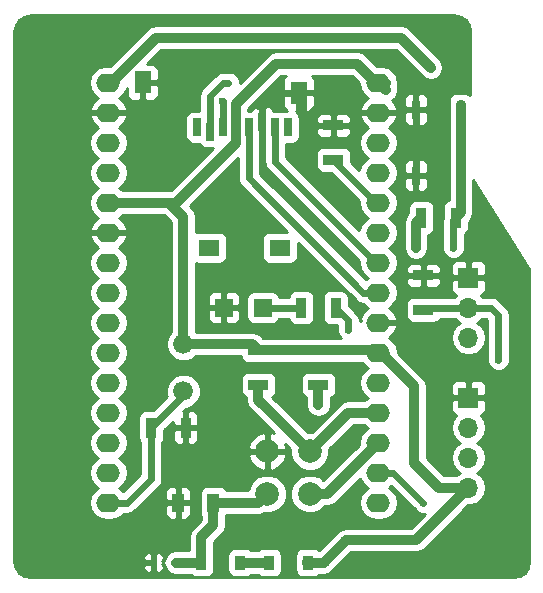
<source format=gtl>
G04 #@! TF.FileFunction,Copper,L1,Top,Signal*
%FSLAX46Y46*%
G04 Gerber Fmt 4.6, Leading zero omitted, Abs format (unit mm)*
G04 Created by KiCad (PCBNEW 4.0.5) date 04/16/17 14:29:44*
%MOMM*%
%LPD*%
G01*
G04 APERTURE LIST*
%ADD10C,0.100000*%
%ADD11C,0.812800*%
%ADD12R,0.900000X1.200000*%
%ADD13R,1.700000X1.700000*%
%ADD14O,1.700000X1.700000*%
%ADD15R,1.700000X0.900000*%
%ADD16O,2.000000X1.600000*%
%ADD17R,1.000000X1.600000*%
%ADD18R,0.900000X1.700000*%
%ADD19R,0.508000X0.508000*%
%ADD20C,2.000000*%
%ADD21C,1.676400*%
%ADD22R,0.698500X1.498600*%
%ADD23R,1.798320X1.399540*%
%ADD24R,1.399540X1.899920*%
%ADD25R,0.762000X1.524000*%
%ADD26R,1.500000X1.500000*%
%ADD27C,0.600000*%
%ADD28C,0.812800*%
%ADD29C,0.812400*%
%ADD30C,0.606900*%
%ADD31C,0.304800*%
%ADD32C,0.254000*%
G04 APERTURE END LIST*
D10*
D11*
X52705000Y-46990000D03*
X46990000Y-50165000D03*
X44450000Y-64135000D03*
X56515000Y-64770000D03*
X20955000Y-65405000D03*
X21590000Y-49530000D03*
X22860000Y-40640000D03*
X22860000Y-30480000D03*
X20955000Y-21590000D03*
X31750000Y-29210000D03*
X54610000Y-30480000D03*
X55245000Y-22860000D03*
X33655000Y-57785000D03*
X36830000Y-49530000D03*
X34925000Y-41910000D03*
X38100000Y-37465000D03*
X46990000Y-40005000D03*
X43815000Y-36830000D03*
X40640000Y-33655000D03*
X46990000Y-35560000D03*
X43180000Y-31750000D03*
X39370000Y-27305000D03*
X54610000Y-55880000D03*
D12*
X34545000Y-66040000D03*
X37845000Y-66040000D03*
D13*
X57150000Y-41910000D03*
D14*
X57150000Y-44450000D03*
X57150000Y-46990000D03*
D15*
X53340000Y-44630000D03*
X53340000Y-41730000D03*
D16*
X49530000Y-60960000D03*
X26670000Y-60960000D03*
X49530000Y-58420000D03*
X26670000Y-58420000D03*
X49530000Y-55880000D03*
X26670000Y-55880000D03*
X49530000Y-53340000D03*
X26670000Y-53340000D03*
X49530000Y-50800000D03*
X26670000Y-50800000D03*
X49530000Y-48260000D03*
X26670000Y-48260000D03*
X49530000Y-45720000D03*
X26670000Y-45720000D03*
X49530000Y-43180000D03*
X26670000Y-43180000D03*
X49530000Y-40640000D03*
X26670000Y-40640000D03*
X49530000Y-38100000D03*
X26670000Y-38100000D03*
X49530000Y-35560000D03*
X26670000Y-35560000D03*
X49530000Y-33020000D03*
X26670000Y-33020000D03*
X49530000Y-30480000D03*
X26670000Y-30480000D03*
X49530000Y-27940000D03*
X26670000Y-27940000D03*
X49530000Y-25400000D03*
X26670000Y-25400000D03*
D17*
X35560000Y-60960000D03*
X32560000Y-60960000D03*
D15*
X44450000Y-48080000D03*
X44450000Y-50980000D03*
X39370000Y-48080000D03*
X39370000Y-50980000D03*
X45720000Y-31930000D03*
X45720000Y-29030000D03*
D18*
X30300000Y-54610000D03*
X33200000Y-54610000D03*
D19*
X32385000Y-66040000D03*
X30480000Y-66040000D03*
D20*
X43706048Y-56623949D03*
X43706048Y-60216051D03*
X40113946Y-60216051D03*
X40113946Y-56623949D03*
D21*
X33020000Y-47531020D03*
X33020000Y-51528980D03*
D22*
X34180780Y-29171900D03*
X35280600Y-29570680D03*
X36380420Y-29171900D03*
X37480240Y-28770580D03*
X38580060Y-29171900D03*
X39682420Y-28770580D03*
X40782240Y-29171900D03*
X41882060Y-29171900D03*
D23*
X41181020Y-39370000D03*
X35181540Y-39370000D03*
D24*
X42781220Y-26271220D03*
X29580840Y-25369520D03*
D18*
X53160000Y-36830000D03*
X56060000Y-36830000D03*
X45900000Y-44450000D03*
X43000000Y-44450000D03*
D25*
X56515000Y-27686000D03*
X56515000Y-33274000D03*
X52705000Y-27686000D03*
X52705000Y-33274000D03*
D13*
X57150000Y-52070000D03*
D14*
X57150000Y-54610000D03*
X57150000Y-57150000D03*
X57150000Y-59690000D03*
D26*
X39750000Y-44450000D03*
X36450000Y-44450000D03*
D12*
X40260000Y-66040000D03*
X43560000Y-66040000D03*
D27*
X44450000Y-52705000D03*
X52705000Y-39370000D03*
X59690000Y-48895000D03*
X53340000Y-60960000D03*
X53975000Y-24130000D03*
X36830000Y-25400000D03*
X36322000Y-26924000D03*
X55880000Y-39370000D03*
X46990000Y-46355000D03*
D28*
X34545000Y-63880000D02*
X35560000Y-62865000D01*
X35560000Y-62865000D02*
X35560000Y-60960000D01*
X34545000Y-66040000D02*
X34545000Y-63880000D01*
X35560000Y-60960000D02*
X39369997Y-60960000D01*
X39369997Y-60960000D02*
X40113946Y-60216051D01*
X34545000Y-66040000D02*
X32385000Y-66040000D01*
D29*
X40260000Y-60362105D02*
X40113946Y-60216051D01*
D30*
X40335200Y-60437305D02*
X40113946Y-60216051D01*
X39682420Y-32697420D02*
X40640000Y-33655000D01*
X39682420Y-28770580D02*
X39682420Y-32697420D01*
X43180000Y-31750000D02*
X43180000Y-26670000D01*
X43180000Y-26670000D02*
X42781220Y-26271220D01*
X39682420Y-28770580D02*
X39682420Y-27414380D01*
X39682420Y-27414380D02*
X40825580Y-26271220D01*
X40825580Y-26271220D02*
X41474550Y-26271220D01*
X41474550Y-26271220D02*
X42781220Y-26271220D01*
X39682420Y-28770580D02*
X39682420Y-27617420D01*
X39682420Y-27617420D02*
X39370000Y-27305000D01*
X52705000Y-27686000D02*
X52705000Y-33274000D01*
D29*
X39370000Y-50980000D02*
X39370000Y-52287901D01*
X39370000Y-52287901D02*
X43706048Y-56623949D01*
X46989997Y-53340000D02*
X49530000Y-53340000D01*
X43706048Y-56623949D02*
X46989997Y-53340000D01*
D31*
X39370000Y-50980000D02*
X39770000Y-50980000D01*
D29*
X44450000Y-52705000D02*
X44450000Y-50980000D01*
X43706048Y-60216051D02*
X45193949Y-60216051D01*
X45193949Y-60216051D02*
X49530000Y-55880000D01*
X52705000Y-39370000D02*
X52705000Y-37285000D01*
X52705000Y-37285000D02*
X53160000Y-36830000D01*
D28*
X49530000Y-25400000D02*
X50165000Y-26035000D01*
X52705000Y-64135000D02*
X57150000Y-59690000D01*
D29*
X57150000Y-59690000D02*
X54677919Y-59690000D01*
X54677919Y-59690000D02*
X52578000Y-57590081D01*
X52578000Y-57590081D02*
X52578000Y-51108000D01*
X52578000Y-51108000D02*
X49730000Y-48260000D01*
X49730000Y-48260000D02*
X49530000Y-48260000D01*
D28*
X37436071Y-27238088D02*
X37436071Y-28726411D01*
X37436071Y-28726411D02*
X37480240Y-28770580D01*
X49330000Y-25400000D02*
X49530000Y-25400000D01*
X31813500Y-35560000D02*
X32362392Y-35560000D01*
X47717200Y-23787200D02*
X49330000Y-25400000D01*
X40886959Y-23787200D02*
X47717200Y-23787200D01*
X37436071Y-27238088D02*
X40886959Y-23787200D01*
X32362392Y-35560000D02*
X37436071Y-30486321D01*
X37436071Y-30486321D02*
X37436071Y-27238088D01*
D29*
X44450000Y-48080000D02*
X49350000Y-48080000D01*
X49350000Y-48080000D02*
X49530000Y-48260000D01*
X39370000Y-48080000D02*
X44450000Y-48080000D01*
X33020000Y-47531020D02*
X38821020Y-47531020D01*
X38821020Y-47531020D02*
X39370000Y-48080000D01*
X33020000Y-47531020D02*
X33020000Y-36766500D01*
X33020000Y-36766500D02*
X31813500Y-35560000D01*
D28*
X26670000Y-35560000D02*
X31813500Y-35560000D01*
X49530000Y-25400000D02*
X50165000Y-25400000D01*
X46803000Y-64135000D02*
X52705000Y-64135000D01*
X44898000Y-66040000D02*
X46803000Y-64135000D01*
X43635200Y-66040000D02*
X44898000Y-66040000D01*
X43484800Y-66014600D02*
X43484800Y-66040000D01*
D30*
X59690000Y-45085000D02*
X59055000Y-44450000D01*
X59055000Y-44450000D02*
X57150000Y-44450000D01*
X59690000Y-48895000D02*
X59690000Y-45085000D01*
X49530000Y-58420000D02*
X50800000Y-58420000D01*
X50800000Y-58420000D02*
X53340000Y-60960000D01*
X57150000Y-44450000D02*
X53520000Y-44450000D01*
X53520000Y-44450000D02*
X53340000Y-44630000D01*
D31*
X49330000Y-58420000D02*
X49530000Y-58420000D01*
D29*
X51435000Y-21590000D02*
X53975000Y-24130000D01*
X30680000Y-21590000D02*
X51435000Y-21590000D01*
X26670000Y-25400000D02*
X26870000Y-25400000D01*
X26870000Y-25400000D02*
X30680000Y-21590000D01*
D30*
X36405736Y-25400000D02*
X36830000Y-25400000D01*
X35280600Y-26525136D02*
X36405736Y-25400000D01*
X35280600Y-29131260D02*
X35280600Y-26525136D01*
X49530000Y-35560000D02*
X49350000Y-35560000D01*
X49350000Y-35560000D02*
X45720000Y-31930000D01*
D31*
X46120000Y-31930000D02*
X45720000Y-31930000D01*
X49530000Y-35560000D02*
X49330000Y-35560000D01*
X45720000Y-31950000D02*
X45720000Y-31930000D01*
D30*
X36380420Y-28732480D02*
X36380420Y-26982420D01*
X36380420Y-26982420D02*
X36322000Y-26924000D01*
D31*
X36380420Y-29132530D02*
X36380420Y-28732480D01*
D30*
X48260000Y-43180000D02*
X49530000Y-43180000D01*
X38580060Y-33500060D02*
X48260000Y-43180000D01*
X38580060Y-28732480D02*
X38580060Y-33500060D01*
X40782240Y-28732480D02*
X40782240Y-32092240D01*
X40782240Y-32092240D02*
X49330000Y-40640000D01*
X49330000Y-40640000D02*
X49530000Y-40640000D01*
X33020000Y-51528980D02*
X33020000Y-51890000D01*
X33020000Y-51890000D02*
X30300000Y-54610000D01*
X26670000Y-60960000D02*
X28276900Y-60960000D01*
X28276900Y-60960000D02*
X30300000Y-58936900D01*
X30300000Y-56066900D02*
X30300000Y-54610000D01*
X30300000Y-58936900D02*
X30300000Y-56066900D01*
D31*
X30300000Y-54610000D02*
X30300000Y-54210000D01*
X32981020Y-51528980D02*
X33020000Y-51528980D01*
D30*
X55880000Y-39370000D02*
X55880000Y-37010000D01*
X55880000Y-37010000D02*
X56060000Y-36830000D01*
D29*
X56515000Y-33274000D02*
X56515000Y-36375000D01*
X56515000Y-36375000D02*
X56060000Y-36830000D01*
D28*
X56515000Y-27305000D02*
X56515000Y-27686000D01*
X56515000Y-27686000D02*
X56515000Y-33274000D01*
D30*
X46990000Y-46355000D02*
X46990000Y-45540000D01*
X46990000Y-45540000D02*
X45900000Y-44450000D01*
X43000000Y-44450000D02*
X39750000Y-44450000D01*
D29*
X40260000Y-66040000D02*
X37845000Y-66040000D01*
D32*
G36*
X56488338Y-19821046D02*
X56902333Y-20097669D01*
X57178953Y-20511660D01*
X57290000Y-21069931D01*
X57290000Y-26424669D01*
X57147890Y-26327569D01*
X56896000Y-26276560D01*
X56580154Y-26276560D01*
X56515000Y-26263600D01*
X56449846Y-26276560D01*
X56134000Y-26276560D01*
X55898683Y-26320838D01*
X55682559Y-26459910D01*
X55537569Y-26672110D01*
X55486560Y-26924000D01*
X55486560Y-27239846D01*
X55473600Y-27305000D01*
X55473600Y-33274000D01*
X55473800Y-33275005D01*
X55473800Y-35358188D01*
X55374683Y-35376838D01*
X55158559Y-35515910D01*
X55013569Y-35728110D01*
X54962560Y-35980000D01*
X54962560Y-36904375D01*
X54941550Y-37010000D01*
X54941550Y-39370000D01*
X54944984Y-39387265D01*
X54944838Y-39555167D01*
X55009520Y-39711710D01*
X55012985Y-39729129D01*
X55022766Y-39743767D01*
X55086883Y-39898943D01*
X55206551Y-40018820D01*
X55216416Y-40033584D01*
X55231051Y-40043363D01*
X55349673Y-40162192D01*
X55506105Y-40227148D01*
X55520871Y-40237015D01*
X55538137Y-40240449D01*
X55693201Y-40304838D01*
X55862583Y-40304986D01*
X55880000Y-40308450D01*
X55897265Y-40305016D01*
X56065167Y-40305162D01*
X56221710Y-40240480D01*
X56239129Y-40237015D01*
X56253767Y-40227234D01*
X56408943Y-40163117D01*
X56528820Y-40043449D01*
X56543584Y-40033584D01*
X56553363Y-40018949D01*
X56672192Y-39900327D01*
X56737148Y-39743895D01*
X56747015Y-39729129D01*
X56750449Y-39711863D01*
X56814838Y-39556799D01*
X56814986Y-39387417D01*
X56818450Y-39370000D01*
X56818450Y-38236102D01*
X56961441Y-38144090D01*
X57106431Y-37931890D01*
X57157440Y-37680000D01*
X57157440Y-37205039D01*
X57251237Y-37111242D01*
X57251240Y-37111240D01*
X57476943Y-36773450D01*
X57556200Y-36375000D01*
X57556200Y-33629545D01*
X62290000Y-41203625D01*
X62290000Y-65930069D01*
X62178953Y-66488340D01*
X61902333Y-66902331D01*
X61488338Y-67178954D01*
X60930069Y-67290000D01*
X20069931Y-67290000D01*
X19511660Y-67178953D01*
X19097669Y-66902333D01*
X18821046Y-66488338D01*
X18788706Y-66325750D01*
X29591000Y-66325750D01*
X29591000Y-66420310D01*
X29687673Y-66653699D01*
X29866302Y-66832327D01*
X30099691Y-66929000D01*
X30194250Y-66929000D01*
X30353000Y-66770250D01*
X30353000Y-66167000D01*
X29749750Y-66167000D01*
X29591000Y-66325750D01*
X18788706Y-66325750D01*
X18710000Y-65930069D01*
X18710000Y-65659690D01*
X29591000Y-65659690D01*
X29591000Y-65754250D01*
X29749750Y-65913000D01*
X30353000Y-65913000D01*
X30353000Y-65309750D01*
X30607000Y-65309750D01*
X30607000Y-65913000D01*
X30627000Y-65913000D01*
X30627000Y-66167000D01*
X30607000Y-66167000D01*
X30607000Y-66770250D01*
X30765750Y-66929000D01*
X30860309Y-66929000D01*
X31093698Y-66832327D01*
X31272327Y-66653699D01*
X31369000Y-66420310D01*
X31369000Y-66325750D01*
X31210252Y-66167002D01*
X31368862Y-66167002D01*
X31422872Y-66438527D01*
X31648619Y-66776381D01*
X31986473Y-67002128D01*
X32385000Y-67081400D01*
X33624449Y-67081400D01*
X33630910Y-67091441D01*
X33843110Y-67236431D01*
X34095000Y-67287440D01*
X34995000Y-67287440D01*
X35230317Y-67243162D01*
X35446441Y-67104090D01*
X35591431Y-66891890D01*
X35642440Y-66640000D01*
X35642440Y-65440000D01*
X36747560Y-65440000D01*
X36747560Y-66640000D01*
X36791838Y-66875317D01*
X36930910Y-67091441D01*
X37143110Y-67236431D01*
X37395000Y-67287440D01*
X38295000Y-67287440D01*
X38530317Y-67243162D01*
X38746441Y-67104090D01*
X38762081Y-67081200D01*
X39339320Y-67081200D01*
X39345910Y-67091441D01*
X39558110Y-67236431D01*
X39810000Y-67287440D01*
X40710000Y-67287440D01*
X40945317Y-67243162D01*
X41161441Y-67104090D01*
X41306431Y-66891890D01*
X41357440Y-66640000D01*
X41357440Y-65440000D01*
X41313162Y-65204683D01*
X41174090Y-64988559D01*
X40961890Y-64843569D01*
X40710000Y-64792560D01*
X39810000Y-64792560D01*
X39574683Y-64836838D01*
X39358559Y-64975910D01*
X39342919Y-64998800D01*
X38765680Y-64998800D01*
X38759090Y-64988559D01*
X38546890Y-64843569D01*
X38295000Y-64792560D01*
X37395000Y-64792560D01*
X37159683Y-64836838D01*
X36943559Y-64975910D01*
X36798569Y-65188110D01*
X36747560Y-65440000D01*
X35642440Y-65440000D01*
X35598162Y-65204683D01*
X35586400Y-65186404D01*
X35586400Y-64311362D01*
X36296381Y-63601381D01*
X36522129Y-63263526D01*
X36601400Y-62865000D01*
X36601400Y-62092431D01*
X36656431Y-62011890D01*
X36658555Y-62001400D01*
X39369997Y-62001400D01*
X39768524Y-61922128D01*
X39875208Y-61850844D01*
X40437741Y-61851335D01*
X41038889Y-61602945D01*
X41499224Y-61143414D01*
X41748662Y-60542699D01*
X41749230Y-59892256D01*
X41500840Y-59291108D01*
X41041309Y-58830773D01*
X40440594Y-58581335D01*
X39790151Y-58580767D01*
X39189003Y-58829157D01*
X38728668Y-59288688D01*
X38479230Y-59889403D01*
X38479205Y-59918600D01*
X36659248Y-59918600D01*
X36524090Y-59708559D01*
X36311890Y-59563569D01*
X36060000Y-59512560D01*
X35060000Y-59512560D01*
X34824683Y-59556838D01*
X34608559Y-59695910D01*
X34463569Y-59908110D01*
X34412560Y-60160000D01*
X34412560Y-61760000D01*
X34456838Y-61995317D01*
X34518600Y-62091298D01*
X34518600Y-62433638D01*
X33808619Y-63143619D01*
X33582872Y-63481473D01*
X33503600Y-63880000D01*
X33503600Y-64998600D01*
X32385000Y-64998600D01*
X31986473Y-65077872D01*
X31648619Y-65303619D01*
X31422872Y-65641473D01*
X31368862Y-65912998D01*
X31210252Y-65912998D01*
X31369000Y-65754250D01*
X31369000Y-65659690D01*
X31272327Y-65426301D01*
X31093698Y-65247673D01*
X30860309Y-65151000D01*
X30765750Y-65151000D01*
X30607000Y-65309750D01*
X30353000Y-65309750D01*
X30194250Y-65151000D01*
X30099691Y-65151000D01*
X29866302Y-65247673D01*
X29687673Y-65426301D01*
X29591000Y-65659690D01*
X18710000Y-65659690D01*
X18710000Y-40640000D01*
X25002968Y-40640000D01*
X25112201Y-41189151D01*
X25423270Y-41654698D01*
X25805356Y-41910000D01*
X25423270Y-42165302D01*
X25112201Y-42630849D01*
X25002968Y-43180000D01*
X25112201Y-43729151D01*
X25423270Y-44194698D01*
X25805356Y-44450000D01*
X25423270Y-44705302D01*
X25112201Y-45170849D01*
X25002968Y-45720000D01*
X25112201Y-46269151D01*
X25423270Y-46734698D01*
X25805356Y-46990000D01*
X25423270Y-47245302D01*
X25112201Y-47710849D01*
X25002968Y-48260000D01*
X25112201Y-48809151D01*
X25423270Y-49274698D01*
X25805356Y-49530000D01*
X25423270Y-49785302D01*
X25112201Y-50250849D01*
X25002968Y-50800000D01*
X25112201Y-51349151D01*
X25423270Y-51814698D01*
X25805356Y-52070000D01*
X25423270Y-52325302D01*
X25112201Y-52790849D01*
X25002968Y-53340000D01*
X25112201Y-53889151D01*
X25423270Y-54354698D01*
X25805356Y-54610000D01*
X25423270Y-54865302D01*
X25112201Y-55330849D01*
X25002968Y-55880000D01*
X25112201Y-56429151D01*
X25423270Y-56894698D01*
X25805356Y-57150000D01*
X25423270Y-57405302D01*
X25112201Y-57870849D01*
X25002968Y-58420000D01*
X25112201Y-58969151D01*
X25423270Y-59434698D01*
X25805356Y-59690000D01*
X25423270Y-59945302D01*
X25112201Y-60410849D01*
X25002968Y-60960000D01*
X25112201Y-61509151D01*
X25423270Y-61974698D01*
X25888817Y-62285767D01*
X26437968Y-62395000D01*
X26902032Y-62395000D01*
X27451183Y-62285767D01*
X27916730Y-61974698D01*
X27967677Y-61898450D01*
X28276900Y-61898450D01*
X28576447Y-61838867D01*
X28636030Y-61827015D01*
X28940484Y-61623584D01*
X29318318Y-61245750D01*
X31425000Y-61245750D01*
X31425000Y-61886310D01*
X31521673Y-62119699D01*
X31700302Y-62298327D01*
X31933691Y-62395000D01*
X32274250Y-62395000D01*
X32433000Y-62236250D01*
X32433000Y-61087000D01*
X32687000Y-61087000D01*
X32687000Y-62236250D01*
X32845750Y-62395000D01*
X33186309Y-62395000D01*
X33419698Y-62298327D01*
X33598327Y-62119699D01*
X33695000Y-61886310D01*
X33695000Y-61245750D01*
X33536250Y-61087000D01*
X32687000Y-61087000D01*
X32433000Y-61087000D01*
X31583750Y-61087000D01*
X31425000Y-61245750D01*
X29318318Y-61245750D01*
X30530378Y-60033690D01*
X31425000Y-60033690D01*
X31425000Y-60674250D01*
X31583750Y-60833000D01*
X32433000Y-60833000D01*
X32433000Y-59683750D01*
X32687000Y-59683750D01*
X32687000Y-60833000D01*
X33536250Y-60833000D01*
X33695000Y-60674250D01*
X33695000Y-60033690D01*
X33598327Y-59800301D01*
X33419698Y-59621673D01*
X33186309Y-59525000D01*
X32845750Y-59525000D01*
X32687000Y-59683750D01*
X32433000Y-59683750D01*
X32274250Y-59525000D01*
X31933691Y-59525000D01*
X31700302Y-59621673D01*
X31521673Y-59800301D01*
X31425000Y-60033690D01*
X30530378Y-60033690D01*
X30963584Y-59600485D01*
X31167014Y-59296030D01*
X31167015Y-59296029D01*
X31238450Y-58936900D01*
X31238450Y-57009409D01*
X38492090Y-57009409D01*
X38763056Y-57600725D01*
X39239682Y-58043336D01*
X39728486Y-58245805D01*
X39986946Y-58126875D01*
X39986946Y-56750949D01*
X40240946Y-56750949D01*
X40240946Y-58126875D01*
X40499406Y-58245805D01*
X41090722Y-57974839D01*
X41533333Y-57498213D01*
X41735802Y-57009409D01*
X41616872Y-56750949D01*
X40240946Y-56750949D01*
X39986946Y-56750949D01*
X38611020Y-56750949D01*
X38492090Y-57009409D01*
X31238450Y-57009409D01*
X31238450Y-56238489D01*
X38492090Y-56238489D01*
X38611020Y-56496949D01*
X39986946Y-56496949D01*
X39986946Y-55121023D01*
X39728486Y-55002093D01*
X39137170Y-55273059D01*
X38694559Y-55749685D01*
X38492090Y-56238489D01*
X31238450Y-56238489D01*
X31238450Y-55869926D01*
X31346431Y-55711890D01*
X31397440Y-55460000D01*
X31397440Y-54895750D01*
X32115000Y-54895750D01*
X32115000Y-55586310D01*
X32211673Y-55819699D01*
X32390302Y-55998327D01*
X32623691Y-56095000D01*
X32914250Y-56095000D01*
X33073000Y-55936250D01*
X33073000Y-54737000D01*
X33327000Y-54737000D01*
X33327000Y-55936250D01*
X33485750Y-56095000D01*
X33776309Y-56095000D01*
X34009698Y-55998327D01*
X34188327Y-55819699D01*
X34285000Y-55586310D01*
X34285000Y-54895750D01*
X34126250Y-54737000D01*
X33327000Y-54737000D01*
X33073000Y-54737000D01*
X32273750Y-54737000D01*
X32115000Y-54895750D01*
X31397440Y-54895750D01*
X31397440Y-54839728D01*
X32115000Y-54122168D01*
X32115000Y-54324250D01*
X32273750Y-54483000D01*
X33073000Y-54483000D01*
X33073000Y-53283750D01*
X33327000Y-53283750D01*
X33327000Y-54483000D01*
X34126250Y-54483000D01*
X34285000Y-54324250D01*
X34285000Y-53633690D01*
X34188327Y-53400301D01*
X34009698Y-53221673D01*
X33776309Y-53125000D01*
X33485750Y-53125000D01*
X33327000Y-53283750D01*
X33073000Y-53283750D01*
X33013209Y-53223959D01*
X33234800Y-53002368D01*
X33311752Y-53002435D01*
X33853411Y-52778627D01*
X34268190Y-52364571D01*
X34492944Y-51823303D01*
X34493455Y-51237228D01*
X34269647Y-50695569D01*
X33855591Y-50280790D01*
X33314323Y-50056036D01*
X32728248Y-50055525D01*
X32186589Y-50279333D01*
X31771810Y-50693389D01*
X31547056Y-51234657D01*
X31546545Y-51820732D01*
X31609569Y-51973263D01*
X30470272Y-53112560D01*
X29850000Y-53112560D01*
X29614683Y-53156838D01*
X29398559Y-53295910D01*
X29253569Y-53508110D01*
X29202560Y-53760000D01*
X29202560Y-55460000D01*
X29246838Y-55695317D01*
X29361550Y-55873584D01*
X29361550Y-58548181D01*
X27935836Y-59973896D01*
X27916730Y-59945302D01*
X27534644Y-59690000D01*
X27916730Y-59434698D01*
X28227799Y-58969151D01*
X28337032Y-58420000D01*
X28227799Y-57870849D01*
X27916730Y-57405302D01*
X27534644Y-57150000D01*
X27916730Y-56894698D01*
X28227799Y-56429151D01*
X28337032Y-55880000D01*
X28227799Y-55330849D01*
X27916730Y-54865302D01*
X27534644Y-54610000D01*
X27916730Y-54354698D01*
X28227799Y-53889151D01*
X28337032Y-53340000D01*
X28227799Y-52790849D01*
X27916730Y-52325302D01*
X27534644Y-52070000D01*
X27916730Y-51814698D01*
X28227799Y-51349151D01*
X28337032Y-50800000D01*
X28227799Y-50250849D01*
X27916730Y-49785302D01*
X27534644Y-49530000D01*
X27916730Y-49274698D01*
X28227799Y-48809151D01*
X28337032Y-48260000D01*
X28227799Y-47710849D01*
X27916730Y-47245302D01*
X27534644Y-46990000D01*
X27916730Y-46734698D01*
X28227799Y-46269151D01*
X28337032Y-45720000D01*
X28227799Y-45170849D01*
X27916730Y-44705302D01*
X27534644Y-44450000D01*
X27916730Y-44194698D01*
X28227799Y-43729151D01*
X28337032Y-43180000D01*
X28227799Y-42630849D01*
X27916730Y-42165302D01*
X27534644Y-41910000D01*
X27916730Y-41654698D01*
X28227799Y-41189151D01*
X28337032Y-40640000D01*
X28227799Y-40090849D01*
X27916730Y-39625302D01*
X27536791Y-39371435D01*
X27559226Y-39364428D01*
X27990637Y-39004424D01*
X28251442Y-38506730D01*
X28261904Y-38449039D01*
X28139915Y-38227000D01*
X26797000Y-38227000D01*
X26797000Y-38247000D01*
X26543000Y-38247000D01*
X26543000Y-38227000D01*
X25200085Y-38227000D01*
X25078096Y-38449039D01*
X25088558Y-38506730D01*
X25349363Y-39004424D01*
X25780774Y-39364428D01*
X25803209Y-39371435D01*
X25423270Y-39625302D01*
X25112201Y-40090849D01*
X25002968Y-40640000D01*
X18710000Y-40640000D01*
X18710000Y-30480000D01*
X25002968Y-30480000D01*
X25112201Y-31029151D01*
X25423270Y-31494698D01*
X25805356Y-31750000D01*
X25423270Y-32005302D01*
X25112201Y-32470849D01*
X25002968Y-33020000D01*
X25112201Y-33569151D01*
X25423270Y-34034698D01*
X25805356Y-34290000D01*
X25423270Y-34545302D01*
X25112201Y-35010849D01*
X25002968Y-35560000D01*
X25112201Y-36109151D01*
X25423270Y-36574698D01*
X25803209Y-36828565D01*
X25780774Y-36835572D01*
X25349363Y-37195576D01*
X25088558Y-37693270D01*
X25078096Y-37750961D01*
X25200085Y-37973000D01*
X26543000Y-37973000D01*
X26543000Y-37953000D01*
X26797000Y-37953000D01*
X26797000Y-37973000D01*
X28139915Y-37973000D01*
X28261904Y-37750961D01*
X28251442Y-37693270D01*
X27990637Y-37195576D01*
X27559226Y-36835572D01*
X27536791Y-36828565D01*
X27876768Y-36601400D01*
X31382420Y-36601400D01*
X31978800Y-37197779D01*
X31978800Y-46488800D01*
X31771810Y-46695429D01*
X31547056Y-47236697D01*
X31546545Y-47822772D01*
X31770353Y-48364431D01*
X32184409Y-48779210D01*
X32725677Y-49003964D01*
X33311752Y-49004475D01*
X33853411Y-48780667D01*
X34062222Y-48572220D01*
X37880504Y-48572220D01*
X37916838Y-48765317D01*
X38055910Y-48981441D01*
X38268110Y-49126431D01*
X38520000Y-49177440D01*
X40220000Y-49177440D01*
X40455317Y-49133162D01*
X40473906Y-49121200D01*
X43340454Y-49121200D01*
X43348110Y-49126431D01*
X43600000Y-49177440D01*
X45300000Y-49177440D01*
X45535317Y-49133162D01*
X45553906Y-49121200D01*
X48180706Y-49121200D01*
X48283270Y-49274698D01*
X48665356Y-49530000D01*
X48283270Y-49785302D01*
X47972201Y-50250849D01*
X47862968Y-50800000D01*
X47972201Y-51349151D01*
X48283270Y-51814698D01*
X48665356Y-52070000D01*
X48322933Y-52298800D01*
X46989997Y-52298800D01*
X46591547Y-52378057D01*
X46253757Y-52603760D01*
X46253755Y-52603763D01*
X43868428Y-54989090D01*
X43543385Y-54988806D01*
X40535892Y-51981313D01*
X40671441Y-51894090D01*
X40816431Y-51681890D01*
X40867440Y-51430000D01*
X40867440Y-50530000D01*
X42952560Y-50530000D01*
X42952560Y-51430000D01*
X42996838Y-51665317D01*
X43135910Y-51881441D01*
X43348110Y-52026431D01*
X43408800Y-52038721D01*
X43408800Y-52705000D01*
X43488057Y-53103450D01*
X43713760Y-53441240D01*
X44051550Y-53666943D01*
X44450000Y-53746200D01*
X44848450Y-53666943D01*
X45186240Y-53441240D01*
X45411943Y-53103450D01*
X45491200Y-52705000D01*
X45491200Y-52041463D01*
X45535317Y-52033162D01*
X45751441Y-51894090D01*
X45896431Y-51681890D01*
X45947440Y-51430000D01*
X45947440Y-50530000D01*
X45903162Y-50294683D01*
X45764090Y-50078559D01*
X45551890Y-49933569D01*
X45300000Y-49882560D01*
X43600000Y-49882560D01*
X43364683Y-49926838D01*
X43148559Y-50065910D01*
X43003569Y-50278110D01*
X42952560Y-50530000D01*
X40867440Y-50530000D01*
X40823162Y-50294683D01*
X40684090Y-50078559D01*
X40471890Y-49933569D01*
X40220000Y-49882560D01*
X38520000Y-49882560D01*
X38284683Y-49926838D01*
X38068559Y-50065910D01*
X37923569Y-50278110D01*
X37872560Y-50530000D01*
X37872560Y-51430000D01*
X37916838Y-51665317D01*
X38055910Y-51881441D01*
X38268110Y-52026431D01*
X38328800Y-52038721D01*
X38328800Y-52287896D01*
X38328799Y-52287901D01*
X38408057Y-52686351D01*
X38633760Y-53024141D01*
X40691124Y-55081505D01*
X40499406Y-55002093D01*
X40240946Y-55121023D01*
X40240946Y-56317341D01*
X40128087Y-56430200D01*
X40307695Y-56609808D01*
X40420554Y-56496949D01*
X41616872Y-56496949D01*
X41735802Y-56238489D01*
X41640809Y-56031190D01*
X42071189Y-56461570D01*
X42070764Y-56947744D01*
X42319154Y-57548892D01*
X42778685Y-58009227D01*
X43379400Y-58258665D01*
X44029843Y-58259233D01*
X44630991Y-58010843D01*
X45091326Y-57551312D01*
X45340764Y-56950597D01*
X45341191Y-56461285D01*
X47421276Y-54381200D01*
X48322933Y-54381200D01*
X48665356Y-54610000D01*
X48283270Y-54865302D01*
X47972201Y-55330849D01*
X47862968Y-55880000D01*
X47895246Y-56042274D01*
X44869872Y-59067648D01*
X44633411Y-58830773D01*
X44032696Y-58581335D01*
X43382253Y-58580767D01*
X42781105Y-58829157D01*
X42320770Y-59288688D01*
X42071332Y-59889403D01*
X42070764Y-60539846D01*
X42319154Y-61140994D01*
X42778685Y-61601329D01*
X43379400Y-61850767D01*
X44029843Y-61851335D01*
X44630991Y-61602945D01*
X44977290Y-61257251D01*
X45193944Y-61257251D01*
X45193949Y-61257252D01*
X45592399Y-61177994D01*
X45930189Y-60952291D01*
X47962433Y-58920046D01*
X47972201Y-58969151D01*
X48283270Y-59434698D01*
X48665356Y-59690000D01*
X48283270Y-59945302D01*
X47972201Y-60410849D01*
X47862968Y-60960000D01*
X47972201Y-61509151D01*
X48283270Y-61974698D01*
X48748817Y-62285767D01*
X49297968Y-62395000D01*
X49762032Y-62395000D01*
X50311183Y-62285767D01*
X50776730Y-61974698D01*
X51087799Y-61509151D01*
X51197032Y-60960000D01*
X51087799Y-60410849D01*
X50776730Y-59945302D01*
X50394644Y-59690000D01*
X50603367Y-59550535D01*
X52676415Y-61623584D01*
X52691053Y-61633365D01*
X52809673Y-61752192D01*
X52966106Y-61817149D01*
X52980870Y-61827014D01*
X52998133Y-61830448D01*
X53153201Y-61894838D01*
X53322588Y-61894986D01*
X53340000Y-61898449D01*
X53357260Y-61895016D01*
X53472122Y-61895116D01*
X52273638Y-63093600D01*
X46803000Y-63093600D01*
X46404473Y-63172872D01*
X46066619Y-63398619D01*
X44475104Y-64990134D01*
X44474090Y-64988559D01*
X44261890Y-64843569D01*
X44010000Y-64792560D01*
X43110000Y-64792560D01*
X42874683Y-64836838D01*
X42658559Y-64975910D01*
X42513569Y-65188110D01*
X42462560Y-65440000D01*
X42462560Y-65918276D01*
X42443400Y-66014600D01*
X42443400Y-66040000D01*
X42462560Y-66136324D01*
X42462560Y-66640000D01*
X42506838Y-66875317D01*
X42645910Y-67091441D01*
X42858110Y-67236431D01*
X43110000Y-67287440D01*
X44010000Y-67287440D01*
X44245317Y-67243162D01*
X44461441Y-67104090D01*
X44476944Y-67081400D01*
X44898000Y-67081400D01*
X45296527Y-67002128D01*
X45634381Y-66776381D01*
X47234362Y-65176400D01*
X52705000Y-65176400D01*
X53103527Y-65097128D01*
X53441381Y-64871381D01*
X57137762Y-61175000D01*
X57179093Y-61175000D01*
X57747378Y-61061961D01*
X58229147Y-60740054D01*
X58551054Y-60258285D01*
X58664093Y-59690000D01*
X58551054Y-59121715D01*
X58229147Y-58639946D01*
X57899974Y-58420000D01*
X58229147Y-58200054D01*
X58551054Y-57718285D01*
X58664093Y-57150000D01*
X58551054Y-56581715D01*
X58229147Y-56099946D01*
X57899974Y-55880000D01*
X58229147Y-55660054D01*
X58551054Y-55178285D01*
X58664093Y-54610000D01*
X58551054Y-54041715D01*
X58229147Y-53559946D01*
X58185223Y-53530597D01*
X58359698Y-53458327D01*
X58538327Y-53279699D01*
X58635000Y-53046310D01*
X58635000Y-52355750D01*
X58476250Y-52197000D01*
X57277000Y-52197000D01*
X57277000Y-52217000D01*
X57023000Y-52217000D01*
X57023000Y-52197000D01*
X55823750Y-52197000D01*
X55665000Y-52355750D01*
X55665000Y-53046310D01*
X55761673Y-53279699D01*
X55940302Y-53458327D01*
X56114777Y-53530597D01*
X56070853Y-53559946D01*
X55748946Y-54041715D01*
X55635907Y-54610000D01*
X55748946Y-55178285D01*
X56070853Y-55660054D01*
X56400026Y-55880000D01*
X56070853Y-56099946D01*
X55748946Y-56581715D01*
X55635907Y-57150000D01*
X55748946Y-57718285D01*
X56070853Y-58200054D01*
X56400026Y-58420000D01*
X56070853Y-58639946D01*
X56064937Y-58648800D01*
X55109199Y-58648800D01*
X53619200Y-57158801D01*
X53619200Y-51108000D01*
X53616354Y-51093690D01*
X55665000Y-51093690D01*
X55665000Y-51784250D01*
X55823750Y-51943000D01*
X57023000Y-51943000D01*
X57023000Y-50743750D01*
X57277000Y-50743750D01*
X57277000Y-51943000D01*
X58476250Y-51943000D01*
X58635000Y-51784250D01*
X58635000Y-51093690D01*
X58538327Y-50860301D01*
X58359698Y-50681673D01*
X58126309Y-50585000D01*
X57435750Y-50585000D01*
X57277000Y-50743750D01*
X57023000Y-50743750D01*
X56864250Y-50585000D01*
X56173691Y-50585000D01*
X55940302Y-50681673D01*
X55761673Y-50860301D01*
X55665000Y-51093690D01*
X53616354Y-51093690D01*
X53539943Y-50709550D01*
X53314240Y-50371760D01*
X53314237Y-50371758D01*
X51195679Y-48253200D01*
X51087799Y-47710849D01*
X50776730Y-47245302D01*
X50396791Y-46991435D01*
X50419226Y-46984428D01*
X50850637Y-46624424D01*
X51111442Y-46126730D01*
X51121904Y-46069039D01*
X50999915Y-45847000D01*
X49657000Y-45847000D01*
X49657000Y-45867000D01*
X49403000Y-45867000D01*
X49403000Y-45847000D01*
X49383000Y-45847000D01*
X49383000Y-45593000D01*
X49403000Y-45593000D01*
X49403000Y-45573000D01*
X49657000Y-45573000D01*
X49657000Y-45593000D01*
X50999915Y-45593000D01*
X51121904Y-45370961D01*
X51111442Y-45313270D01*
X50850637Y-44815576D01*
X50419226Y-44455572D01*
X50396791Y-44448565D01*
X50776730Y-44194698D01*
X50786550Y-44180000D01*
X51842560Y-44180000D01*
X51842560Y-45080000D01*
X51886838Y-45315317D01*
X52025910Y-45531441D01*
X52238110Y-45676431D01*
X52490000Y-45727440D01*
X54190000Y-45727440D01*
X54425317Y-45683162D01*
X54641441Y-45544090D01*
X54747785Y-45388450D01*
X55996282Y-45388450D01*
X56070853Y-45500054D01*
X56400026Y-45720000D01*
X56070853Y-45939946D01*
X55748946Y-46421715D01*
X55635907Y-46990000D01*
X55748946Y-47558285D01*
X56070853Y-48040054D01*
X56552622Y-48361961D01*
X57120907Y-48475000D01*
X57179093Y-48475000D01*
X57747378Y-48361961D01*
X58229147Y-48040054D01*
X58551054Y-47558285D01*
X58664093Y-46990000D01*
X58551054Y-46421715D01*
X58229147Y-45939946D01*
X57899974Y-45720000D01*
X58229147Y-45500054D01*
X58303718Y-45388450D01*
X58666282Y-45388450D01*
X58751550Y-45473719D01*
X58751550Y-48895000D01*
X58754984Y-48912265D01*
X58754838Y-49080167D01*
X58819520Y-49236710D01*
X58822985Y-49254129D01*
X58832766Y-49268767D01*
X58896883Y-49423943D01*
X59016551Y-49543820D01*
X59026416Y-49558584D01*
X59041051Y-49568363D01*
X59159673Y-49687192D01*
X59316105Y-49752148D01*
X59330871Y-49762015D01*
X59348137Y-49765449D01*
X59503201Y-49829838D01*
X59672583Y-49829986D01*
X59690000Y-49833450D01*
X59707265Y-49830016D01*
X59875167Y-49830162D01*
X60031710Y-49765480D01*
X60049129Y-49762015D01*
X60063767Y-49752234D01*
X60218943Y-49688117D01*
X60338820Y-49568449D01*
X60353584Y-49558584D01*
X60363363Y-49543949D01*
X60482192Y-49425327D01*
X60547148Y-49268895D01*
X60557015Y-49254129D01*
X60560449Y-49236863D01*
X60624838Y-49081799D01*
X60624986Y-48912417D01*
X60628450Y-48895000D01*
X60628450Y-45085000D01*
X60557015Y-44725871D01*
X60473946Y-44601550D01*
X60353585Y-44421416D01*
X59718584Y-43786416D01*
X59414130Y-43582985D01*
X59354547Y-43571133D01*
X59055000Y-43511550D01*
X58303718Y-43511550D01*
X58229147Y-43399946D01*
X58185223Y-43370597D01*
X58359698Y-43298327D01*
X58538327Y-43119699D01*
X58635000Y-42886310D01*
X58635000Y-42195750D01*
X58476250Y-42037000D01*
X57277000Y-42037000D01*
X57277000Y-42057000D01*
X57023000Y-42057000D01*
X57023000Y-42037000D01*
X55823750Y-42037000D01*
X55665000Y-42195750D01*
X55665000Y-42886310D01*
X55761673Y-43119699D01*
X55940302Y-43298327D01*
X56114777Y-43370597D01*
X56070853Y-43399946D01*
X55996282Y-43511550D01*
X53520000Y-43511550D01*
X53414375Y-43532560D01*
X52490000Y-43532560D01*
X52254683Y-43576838D01*
X52038559Y-43715910D01*
X51893569Y-43928110D01*
X51842560Y-44180000D01*
X50786550Y-44180000D01*
X51087799Y-43729151D01*
X51197032Y-43180000D01*
X51087799Y-42630849D01*
X50776730Y-42165302D01*
X50552910Y-42015750D01*
X51855000Y-42015750D01*
X51855000Y-42306309D01*
X51951673Y-42539698D01*
X52130301Y-42718327D01*
X52363690Y-42815000D01*
X53054250Y-42815000D01*
X53213000Y-42656250D01*
X53213000Y-41857000D01*
X53467000Y-41857000D01*
X53467000Y-42656250D01*
X53625750Y-42815000D01*
X54316310Y-42815000D01*
X54549699Y-42718327D01*
X54728327Y-42539698D01*
X54825000Y-42306309D01*
X54825000Y-42015750D01*
X54666250Y-41857000D01*
X53467000Y-41857000D01*
X53213000Y-41857000D01*
X52013750Y-41857000D01*
X51855000Y-42015750D01*
X50552910Y-42015750D01*
X50394644Y-41910000D01*
X50776730Y-41654698D01*
X51087799Y-41189151D01*
X51094852Y-41153691D01*
X51855000Y-41153691D01*
X51855000Y-41444250D01*
X52013750Y-41603000D01*
X53213000Y-41603000D01*
X53213000Y-40803750D01*
X53467000Y-40803750D01*
X53467000Y-41603000D01*
X54666250Y-41603000D01*
X54825000Y-41444250D01*
X54825000Y-41153691D01*
X54733873Y-40933690D01*
X55665000Y-40933690D01*
X55665000Y-41624250D01*
X55823750Y-41783000D01*
X57023000Y-41783000D01*
X57023000Y-40583750D01*
X57277000Y-40583750D01*
X57277000Y-41783000D01*
X58476250Y-41783000D01*
X58635000Y-41624250D01*
X58635000Y-40933690D01*
X58538327Y-40700301D01*
X58359698Y-40521673D01*
X58126309Y-40425000D01*
X57435750Y-40425000D01*
X57277000Y-40583750D01*
X57023000Y-40583750D01*
X56864250Y-40425000D01*
X56173691Y-40425000D01*
X55940302Y-40521673D01*
X55761673Y-40700301D01*
X55665000Y-40933690D01*
X54733873Y-40933690D01*
X54728327Y-40920302D01*
X54549699Y-40741673D01*
X54316310Y-40645000D01*
X53625750Y-40645000D01*
X53467000Y-40803750D01*
X53213000Y-40803750D01*
X53054250Y-40645000D01*
X52363690Y-40645000D01*
X52130301Y-40741673D01*
X51951673Y-40920302D01*
X51855000Y-41153691D01*
X51094852Y-41153691D01*
X51197032Y-40640000D01*
X51087799Y-40090849D01*
X50776730Y-39625302D01*
X50394644Y-39370000D01*
X50776730Y-39114698D01*
X51087799Y-38649151D01*
X51197032Y-38100000D01*
X51087799Y-37550849D01*
X50910165Y-37285000D01*
X51663799Y-37285000D01*
X51663800Y-37285005D01*
X51663800Y-39370000D01*
X51743057Y-39768450D01*
X51968760Y-40106240D01*
X52306550Y-40331943D01*
X52705000Y-40411200D01*
X53103450Y-40331943D01*
X53441240Y-40106240D01*
X53666943Y-39768450D01*
X53746200Y-39370000D01*
X53746200Y-38301812D01*
X53845317Y-38283162D01*
X54061441Y-38144090D01*
X54206431Y-37931890D01*
X54257440Y-37680000D01*
X54257440Y-35980000D01*
X54213162Y-35744683D01*
X54074090Y-35528559D01*
X53861890Y-35383569D01*
X53610000Y-35332560D01*
X52710000Y-35332560D01*
X52474683Y-35376838D01*
X52258559Y-35515910D01*
X52113569Y-35728110D01*
X52062560Y-35980000D01*
X52062560Y-36454960D01*
X51968760Y-36548760D01*
X51743057Y-36886550D01*
X51663799Y-37285000D01*
X50910165Y-37285000D01*
X50776730Y-37085302D01*
X50394644Y-36830000D01*
X50776730Y-36574698D01*
X51087799Y-36109151D01*
X51197032Y-35560000D01*
X51087799Y-35010849D01*
X50776730Y-34545302D01*
X50394644Y-34290000D01*
X50776730Y-34034698D01*
X51087799Y-33569151D01*
X51089668Y-33559750D01*
X51689000Y-33559750D01*
X51689000Y-34162310D01*
X51785673Y-34395699D01*
X51964302Y-34574327D01*
X52197691Y-34671000D01*
X52419250Y-34671000D01*
X52578000Y-34512250D01*
X52578000Y-33401000D01*
X52832000Y-33401000D01*
X52832000Y-34512250D01*
X52990750Y-34671000D01*
X53212309Y-34671000D01*
X53445698Y-34574327D01*
X53624327Y-34395699D01*
X53721000Y-34162310D01*
X53721000Y-33559750D01*
X53562250Y-33401000D01*
X52832000Y-33401000D01*
X52578000Y-33401000D01*
X51847750Y-33401000D01*
X51689000Y-33559750D01*
X51089668Y-33559750D01*
X51197032Y-33020000D01*
X51087799Y-32470849D01*
X51030898Y-32385690D01*
X51689000Y-32385690D01*
X51689000Y-32988250D01*
X51847750Y-33147000D01*
X52578000Y-33147000D01*
X52578000Y-32035750D01*
X52832000Y-32035750D01*
X52832000Y-33147000D01*
X53562250Y-33147000D01*
X53721000Y-32988250D01*
X53721000Y-32385690D01*
X53624327Y-32152301D01*
X53445698Y-31973673D01*
X53212309Y-31877000D01*
X52990750Y-31877000D01*
X52832000Y-32035750D01*
X52578000Y-32035750D01*
X52419250Y-31877000D01*
X52197691Y-31877000D01*
X51964302Y-31973673D01*
X51785673Y-32152301D01*
X51689000Y-32385690D01*
X51030898Y-32385690D01*
X50776730Y-32005302D01*
X50394644Y-31750000D01*
X50776730Y-31494698D01*
X51087799Y-31029151D01*
X51197032Y-30480000D01*
X51087799Y-29930849D01*
X50776730Y-29465302D01*
X50396791Y-29211435D01*
X50419226Y-29204428D01*
X50850637Y-28844424D01*
X51111442Y-28346730D01*
X51121904Y-28289039D01*
X50999915Y-28067000D01*
X49657000Y-28067000D01*
X49657000Y-28087000D01*
X49403000Y-28087000D01*
X49403000Y-28067000D01*
X48060085Y-28067000D01*
X47938096Y-28289039D01*
X47948558Y-28346730D01*
X48209363Y-28844424D01*
X48640774Y-29204428D01*
X48663209Y-29211435D01*
X48283270Y-29465302D01*
X47972201Y-29930849D01*
X47862968Y-30480000D01*
X47972201Y-31029151D01*
X48283270Y-31494698D01*
X48665356Y-31750000D01*
X48283270Y-32005302D01*
X47972201Y-32470849D01*
X47908461Y-32791292D01*
X47217440Y-32100272D01*
X47217440Y-31480000D01*
X47173162Y-31244683D01*
X47034090Y-31028559D01*
X46821890Y-30883569D01*
X46570000Y-30832560D01*
X44870000Y-30832560D01*
X44634683Y-30876838D01*
X44418559Y-31015910D01*
X44273569Y-31228110D01*
X44222560Y-31480000D01*
X44222560Y-32380000D01*
X44266838Y-32615317D01*
X44405910Y-32831441D01*
X44618110Y-32976431D01*
X44870000Y-33027440D01*
X45490272Y-33027440D01*
X47889491Y-35426660D01*
X47862968Y-35560000D01*
X47972201Y-36109151D01*
X48283270Y-36574698D01*
X48665356Y-36830000D01*
X48283270Y-37085302D01*
X47972201Y-37550849D01*
X47905143Y-37887975D01*
X41720690Y-31703522D01*
X41720690Y-30568640D01*
X42231310Y-30568640D01*
X42466627Y-30524362D01*
X42682751Y-30385290D01*
X42827741Y-30173090D01*
X42878750Y-29921200D01*
X42878750Y-29315750D01*
X44235000Y-29315750D01*
X44235000Y-29606309D01*
X44331673Y-29839698D01*
X44510301Y-30018327D01*
X44743690Y-30115000D01*
X45434250Y-30115000D01*
X45593000Y-29956250D01*
X45593000Y-29157000D01*
X45847000Y-29157000D01*
X45847000Y-29956250D01*
X46005750Y-30115000D01*
X46696310Y-30115000D01*
X46929699Y-30018327D01*
X47108327Y-29839698D01*
X47205000Y-29606309D01*
X47205000Y-29315750D01*
X47046250Y-29157000D01*
X45847000Y-29157000D01*
X45593000Y-29157000D01*
X44393750Y-29157000D01*
X44235000Y-29315750D01*
X42878750Y-29315750D01*
X42878750Y-28453691D01*
X44235000Y-28453691D01*
X44235000Y-28744250D01*
X44393750Y-28903000D01*
X45593000Y-28903000D01*
X45593000Y-28103750D01*
X45847000Y-28103750D01*
X45847000Y-28903000D01*
X47046250Y-28903000D01*
X47205000Y-28744250D01*
X47205000Y-28453691D01*
X47108327Y-28220302D01*
X46929699Y-28041673D01*
X46760891Y-27971750D01*
X51689000Y-27971750D01*
X51689000Y-28574310D01*
X51785673Y-28807699D01*
X51964302Y-28986327D01*
X52197691Y-29083000D01*
X52419250Y-29083000D01*
X52578000Y-28924250D01*
X52578000Y-27813000D01*
X52832000Y-27813000D01*
X52832000Y-28924250D01*
X52990750Y-29083000D01*
X53212309Y-29083000D01*
X53445698Y-28986327D01*
X53624327Y-28807699D01*
X53721000Y-28574310D01*
X53721000Y-27971750D01*
X53562250Y-27813000D01*
X52832000Y-27813000D01*
X52578000Y-27813000D01*
X51847750Y-27813000D01*
X51689000Y-27971750D01*
X46760891Y-27971750D01*
X46696310Y-27945000D01*
X46005750Y-27945000D01*
X45847000Y-28103750D01*
X45593000Y-28103750D01*
X45434250Y-27945000D01*
X44743690Y-27945000D01*
X44510301Y-28041673D01*
X44331673Y-28220302D01*
X44235000Y-28453691D01*
X42878750Y-28453691D01*
X42878750Y-28422600D01*
X42834472Y-28187283D01*
X42695400Y-27971159D01*
X42508318Y-27843332D01*
X42654220Y-27697430D01*
X42654220Y-26398220D01*
X42908220Y-26398220D01*
X42908220Y-27697430D01*
X43066970Y-27856180D01*
X43607299Y-27856180D01*
X43840688Y-27759507D01*
X44019317Y-27580879D01*
X44115990Y-27347490D01*
X44115990Y-26556970D01*
X43957240Y-26398220D01*
X42908220Y-26398220D01*
X42654220Y-26398220D01*
X41605200Y-26398220D01*
X41446450Y-26556970D01*
X41446450Y-27347490D01*
X41543123Y-27580879D01*
X41721752Y-27759507D01*
X41759542Y-27775160D01*
X41532810Y-27775160D01*
X41324784Y-27814303D01*
X41131490Y-27775160D01*
X40617043Y-27775160D01*
X40569997Y-27661581D01*
X40391368Y-27482953D01*
X40157979Y-27386280D01*
X39968170Y-27386280D01*
X39809420Y-27545030D01*
X39809420Y-28304726D01*
X39785550Y-28422600D01*
X39785550Y-29921200D01*
X39829828Y-30156517D01*
X39843790Y-30178215D01*
X39843790Y-32092240D01*
X39887514Y-32312057D01*
X39915225Y-32451370D01*
X40118656Y-32755824D01*
X47886173Y-40523341D01*
X47862968Y-40640000D01*
X47972201Y-41189151D01*
X48283270Y-41654698D01*
X48665356Y-41910000D01*
X48456633Y-42049464D01*
X39518510Y-33111342D01*
X39518510Y-30183673D01*
X39525741Y-30173090D01*
X39576750Y-29921200D01*
X39576750Y-28422600D01*
X39555420Y-28309241D01*
X39555420Y-27545030D01*
X39396670Y-27386280D01*
X39206861Y-27386280D01*
X38973472Y-27482953D01*
X38794843Y-27661581D01*
X38747797Y-27775160D01*
X38477471Y-27775160D01*
X38477471Y-27669450D01*
X41318321Y-24828600D01*
X41676085Y-24828600D01*
X41543123Y-24961561D01*
X41446450Y-25194950D01*
X41446450Y-25985470D01*
X41605200Y-26144220D01*
X42654220Y-26144220D01*
X42654220Y-26124220D01*
X42908220Y-26124220D01*
X42908220Y-26144220D01*
X43957240Y-26144220D01*
X44115990Y-25985470D01*
X44115990Y-25194950D01*
X44019317Y-24961561D01*
X43886355Y-24828600D01*
X47285838Y-24828600D01*
X47864391Y-25407153D01*
X47972201Y-25949151D01*
X48283270Y-26414698D01*
X48663209Y-26668565D01*
X48640774Y-26675572D01*
X48209363Y-27035576D01*
X47948558Y-27533270D01*
X47938096Y-27590961D01*
X48060085Y-27813000D01*
X49403000Y-27813000D01*
X49403000Y-27793000D01*
X49657000Y-27793000D01*
X49657000Y-27813000D01*
X50999915Y-27813000D01*
X51121904Y-27590961D01*
X51111442Y-27533270D01*
X50850637Y-27035576D01*
X50697383Y-26907688D01*
X50862006Y-26797690D01*
X51689000Y-26797690D01*
X51689000Y-27400250D01*
X51847750Y-27559000D01*
X52578000Y-27559000D01*
X52578000Y-26447750D01*
X52832000Y-26447750D01*
X52832000Y-27559000D01*
X53562250Y-27559000D01*
X53721000Y-27400250D01*
X53721000Y-26797690D01*
X53624327Y-26564301D01*
X53445698Y-26385673D01*
X53212309Y-26289000D01*
X52990750Y-26289000D01*
X52832000Y-26447750D01*
X52578000Y-26447750D01*
X52419250Y-26289000D01*
X52197691Y-26289000D01*
X51964302Y-26385673D01*
X51785673Y-26564301D01*
X51689000Y-26797690D01*
X50862006Y-26797690D01*
X50901381Y-26771381D01*
X51127129Y-26433526D01*
X51206400Y-26035000D01*
X51143246Y-25717498D01*
X51206400Y-25400000D01*
X51127128Y-25001473D01*
X51113789Y-24981510D01*
X51087799Y-24850849D01*
X50776730Y-24385302D01*
X50311183Y-24074233D01*
X49762032Y-23965000D01*
X49367762Y-23965000D01*
X48453581Y-23050819D01*
X48115727Y-22825072D01*
X47717200Y-22745800D01*
X40886959Y-22745800D01*
X40488433Y-22825071D01*
X40150578Y-23050819D01*
X37764969Y-25436428D01*
X37764986Y-25417417D01*
X37768450Y-25400000D01*
X37765016Y-25382735D01*
X37765162Y-25214833D01*
X37700480Y-25058290D01*
X37697015Y-25040871D01*
X37687234Y-25026233D01*
X37623117Y-24871057D01*
X37503449Y-24751180D01*
X37493584Y-24736416D01*
X37478949Y-24726637D01*
X37360327Y-24607808D01*
X37203895Y-24542852D01*
X37189129Y-24532985D01*
X37171863Y-24529551D01*
X37016799Y-24465162D01*
X36847417Y-24465014D01*
X36830000Y-24461550D01*
X36405736Y-24461550D01*
X36046607Y-24532985D01*
X35742152Y-24736415D01*
X34617016Y-25861552D01*
X34413585Y-26166006D01*
X34407482Y-26196688D01*
X34342150Y-26525136D01*
X34342150Y-27775160D01*
X33831530Y-27775160D01*
X33596213Y-27819438D01*
X33380089Y-27958510D01*
X33235099Y-28170710D01*
X33184090Y-28422600D01*
X33184090Y-29921200D01*
X33228368Y-30156517D01*
X33367440Y-30372641D01*
X33579640Y-30517631D01*
X33831530Y-30568640D01*
X34336774Y-30568640D01*
X34467260Y-30771421D01*
X34679460Y-30916411D01*
X34931350Y-30967420D01*
X35482210Y-30967420D01*
X31931030Y-34518600D01*
X27876768Y-34518600D01*
X27534644Y-34290000D01*
X27916730Y-34034698D01*
X28227799Y-33569151D01*
X28337032Y-33020000D01*
X28227799Y-32470849D01*
X27916730Y-32005302D01*
X27534644Y-31750000D01*
X27916730Y-31494698D01*
X28227799Y-31029151D01*
X28337032Y-30480000D01*
X28227799Y-29930849D01*
X27916730Y-29465302D01*
X27536791Y-29211435D01*
X27559226Y-29204428D01*
X27990637Y-28844424D01*
X28251442Y-28346730D01*
X28261904Y-28289039D01*
X28139915Y-28067000D01*
X26797000Y-28067000D01*
X26797000Y-28087000D01*
X26543000Y-28087000D01*
X26543000Y-28067000D01*
X25200085Y-28067000D01*
X25078096Y-28289039D01*
X25088558Y-28346730D01*
X25349363Y-28844424D01*
X25780774Y-29204428D01*
X25803209Y-29211435D01*
X25423270Y-29465302D01*
X25112201Y-29930849D01*
X25002968Y-30480000D01*
X18710000Y-30480000D01*
X18710000Y-25400000D01*
X25002968Y-25400000D01*
X25112201Y-25949151D01*
X25423270Y-26414698D01*
X25803209Y-26668565D01*
X25780774Y-26675572D01*
X25349363Y-27035576D01*
X25088558Y-27533270D01*
X25078096Y-27590961D01*
X25200085Y-27813000D01*
X26543000Y-27813000D01*
X26543000Y-27793000D01*
X26797000Y-27793000D01*
X26797000Y-27813000D01*
X28139915Y-27813000D01*
X28261904Y-27590961D01*
X28251442Y-27533270D01*
X27990637Y-27035576D01*
X27559226Y-26675572D01*
X27536791Y-26668565D01*
X27916730Y-26414698D01*
X28227799Y-25949151D01*
X28246070Y-25857297D01*
X28246070Y-26445790D01*
X28342743Y-26679179D01*
X28521372Y-26857807D01*
X28754761Y-26954480D01*
X29295090Y-26954480D01*
X29453840Y-26795730D01*
X29453840Y-25496520D01*
X29707840Y-25496520D01*
X29707840Y-26795730D01*
X29866590Y-26954480D01*
X30406919Y-26954480D01*
X30640308Y-26857807D01*
X30818937Y-26679179D01*
X30915610Y-26445790D01*
X30915610Y-25655270D01*
X30756860Y-25496520D01*
X29707840Y-25496520D01*
X29453840Y-25496520D01*
X29433840Y-25496520D01*
X29433840Y-25242520D01*
X29453840Y-25242520D01*
X29453840Y-25222520D01*
X29707840Y-25222520D01*
X29707840Y-25242520D01*
X30756860Y-25242520D01*
X30915610Y-25083770D01*
X30915610Y-24293250D01*
X30818937Y-24059861D01*
X30640308Y-23881233D01*
X30406919Y-23784560D01*
X29957919Y-23784560D01*
X31111279Y-22631200D01*
X51003720Y-22631200D01*
X53238760Y-24866239D01*
X53576550Y-25091943D01*
X53975000Y-25171200D01*
X54373449Y-25091943D01*
X54711239Y-24866239D01*
X54936943Y-24528449D01*
X55016200Y-24130000D01*
X54936943Y-23731550D01*
X54711239Y-23393760D01*
X52171240Y-20853760D01*
X51833450Y-20628057D01*
X51435000Y-20548799D01*
X51434995Y-20548800D01*
X30680005Y-20548800D01*
X30680000Y-20548799D01*
X30347658Y-20614907D01*
X30281550Y-20628057D01*
X29943760Y-20853760D01*
X29943758Y-20853763D01*
X26832520Y-23965000D01*
X26437968Y-23965000D01*
X25888817Y-24074233D01*
X25423270Y-24385302D01*
X25112201Y-24850849D01*
X25002968Y-25400000D01*
X18710000Y-25400000D01*
X18710000Y-21069931D01*
X18821046Y-20511662D01*
X19097669Y-20097667D01*
X19511660Y-19821047D01*
X20069931Y-19710000D01*
X55930069Y-19710000D01*
X56488338Y-19821046D01*
X56488338Y-19821046D01*
G37*
X56488338Y-19821046D02*
X56902333Y-20097669D01*
X57178953Y-20511660D01*
X57290000Y-21069931D01*
X57290000Y-26424669D01*
X57147890Y-26327569D01*
X56896000Y-26276560D01*
X56580154Y-26276560D01*
X56515000Y-26263600D01*
X56449846Y-26276560D01*
X56134000Y-26276560D01*
X55898683Y-26320838D01*
X55682559Y-26459910D01*
X55537569Y-26672110D01*
X55486560Y-26924000D01*
X55486560Y-27239846D01*
X55473600Y-27305000D01*
X55473600Y-33274000D01*
X55473800Y-33275005D01*
X55473800Y-35358188D01*
X55374683Y-35376838D01*
X55158559Y-35515910D01*
X55013569Y-35728110D01*
X54962560Y-35980000D01*
X54962560Y-36904375D01*
X54941550Y-37010000D01*
X54941550Y-39370000D01*
X54944984Y-39387265D01*
X54944838Y-39555167D01*
X55009520Y-39711710D01*
X55012985Y-39729129D01*
X55022766Y-39743767D01*
X55086883Y-39898943D01*
X55206551Y-40018820D01*
X55216416Y-40033584D01*
X55231051Y-40043363D01*
X55349673Y-40162192D01*
X55506105Y-40227148D01*
X55520871Y-40237015D01*
X55538137Y-40240449D01*
X55693201Y-40304838D01*
X55862583Y-40304986D01*
X55880000Y-40308450D01*
X55897265Y-40305016D01*
X56065167Y-40305162D01*
X56221710Y-40240480D01*
X56239129Y-40237015D01*
X56253767Y-40227234D01*
X56408943Y-40163117D01*
X56528820Y-40043449D01*
X56543584Y-40033584D01*
X56553363Y-40018949D01*
X56672192Y-39900327D01*
X56737148Y-39743895D01*
X56747015Y-39729129D01*
X56750449Y-39711863D01*
X56814838Y-39556799D01*
X56814986Y-39387417D01*
X56818450Y-39370000D01*
X56818450Y-38236102D01*
X56961441Y-38144090D01*
X57106431Y-37931890D01*
X57157440Y-37680000D01*
X57157440Y-37205039D01*
X57251237Y-37111242D01*
X57251240Y-37111240D01*
X57476943Y-36773450D01*
X57556200Y-36375000D01*
X57556200Y-33629545D01*
X62290000Y-41203625D01*
X62290000Y-65930069D01*
X62178953Y-66488340D01*
X61902333Y-66902331D01*
X61488338Y-67178954D01*
X60930069Y-67290000D01*
X20069931Y-67290000D01*
X19511660Y-67178953D01*
X19097669Y-66902333D01*
X18821046Y-66488338D01*
X18788706Y-66325750D01*
X29591000Y-66325750D01*
X29591000Y-66420310D01*
X29687673Y-66653699D01*
X29866302Y-66832327D01*
X30099691Y-66929000D01*
X30194250Y-66929000D01*
X30353000Y-66770250D01*
X30353000Y-66167000D01*
X29749750Y-66167000D01*
X29591000Y-66325750D01*
X18788706Y-66325750D01*
X18710000Y-65930069D01*
X18710000Y-65659690D01*
X29591000Y-65659690D01*
X29591000Y-65754250D01*
X29749750Y-65913000D01*
X30353000Y-65913000D01*
X30353000Y-65309750D01*
X30607000Y-65309750D01*
X30607000Y-65913000D01*
X30627000Y-65913000D01*
X30627000Y-66167000D01*
X30607000Y-66167000D01*
X30607000Y-66770250D01*
X30765750Y-66929000D01*
X30860309Y-66929000D01*
X31093698Y-66832327D01*
X31272327Y-66653699D01*
X31369000Y-66420310D01*
X31369000Y-66325750D01*
X31210252Y-66167002D01*
X31368862Y-66167002D01*
X31422872Y-66438527D01*
X31648619Y-66776381D01*
X31986473Y-67002128D01*
X32385000Y-67081400D01*
X33624449Y-67081400D01*
X33630910Y-67091441D01*
X33843110Y-67236431D01*
X34095000Y-67287440D01*
X34995000Y-67287440D01*
X35230317Y-67243162D01*
X35446441Y-67104090D01*
X35591431Y-66891890D01*
X35642440Y-66640000D01*
X35642440Y-65440000D01*
X36747560Y-65440000D01*
X36747560Y-66640000D01*
X36791838Y-66875317D01*
X36930910Y-67091441D01*
X37143110Y-67236431D01*
X37395000Y-67287440D01*
X38295000Y-67287440D01*
X38530317Y-67243162D01*
X38746441Y-67104090D01*
X38762081Y-67081200D01*
X39339320Y-67081200D01*
X39345910Y-67091441D01*
X39558110Y-67236431D01*
X39810000Y-67287440D01*
X40710000Y-67287440D01*
X40945317Y-67243162D01*
X41161441Y-67104090D01*
X41306431Y-66891890D01*
X41357440Y-66640000D01*
X41357440Y-65440000D01*
X41313162Y-65204683D01*
X41174090Y-64988559D01*
X40961890Y-64843569D01*
X40710000Y-64792560D01*
X39810000Y-64792560D01*
X39574683Y-64836838D01*
X39358559Y-64975910D01*
X39342919Y-64998800D01*
X38765680Y-64998800D01*
X38759090Y-64988559D01*
X38546890Y-64843569D01*
X38295000Y-64792560D01*
X37395000Y-64792560D01*
X37159683Y-64836838D01*
X36943559Y-64975910D01*
X36798569Y-65188110D01*
X36747560Y-65440000D01*
X35642440Y-65440000D01*
X35598162Y-65204683D01*
X35586400Y-65186404D01*
X35586400Y-64311362D01*
X36296381Y-63601381D01*
X36522129Y-63263526D01*
X36601400Y-62865000D01*
X36601400Y-62092431D01*
X36656431Y-62011890D01*
X36658555Y-62001400D01*
X39369997Y-62001400D01*
X39768524Y-61922128D01*
X39875208Y-61850844D01*
X40437741Y-61851335D01*
X41038889Y-61602945D01*
X41499224Y-61143414D01*
X41748662Y-60542699D01*
X41749230Y-59892256D01*
X41500840Y-59291108D01*
X41041309Y-58830773D01*
X40440594Y-58581335D01*
X39790151Y-58580767D01*
X39189003Y-58829157D01*
X38728668Y-59288688D01*
X38479230Y-59889403D01*
X38479205Y-59918600D01*
X36659248Y-59918600D01*
X36524090Y-59708559D01*
X36311890Y-59563569D01*
X36060000Y-59512560D01*
X35060000Y-59512560D01*
X34824683Y-59556838D01*
X34608559Y-59695910D01*
X34463569Y-59908110D01*
X34412560Y-60160000D01*
X34412560Y-61760000D01*
X34456838Y-61995317D01*
X34518600Y-62091298D01*
X34518600Y-62433638D01*
X33808619Y-63143619D01*
X33582872Y-63481473D01*
X33503600Y-63880000D01*
X33503600Y-64998600D01*
X32385000Y-64998600D01*
X31986473Y-65077872D01*
X31648619Y-65303619D01*
X31422872Y-65641473D01*
X31368862Y-65912998D01*
X31210252Y-65912998D01*
X31369000Y-65754250D01*
X31369000Y-65659690D01*
X31272327Y-65426301D01*
X31093698Y-65247673D01*
X30860309Y-65151000D01*
X30765750Y-65151000D01*
X30607000Y-65309750D01*
X30353000Y-65309750D01*
X30194250Y-65151000D01*
X30099691Y-65151000D01*
X29866302Y-65247673D01*
X29687673Y-65426301D01*
X29591000Y-65659690D01*
X18710000Y-65659690D01*
X18710000Y-40640000D01*
X25002968Y-40640000D01*
X25112201Y-41189151D01*
X25423270Y-41654698D01*
X25805356Y-41910000D01*
X25423270Y-42165302D01*
X25112201Y-42630849D01*
X25002968Y-43180000D01*
X25112201Y-43729151D01*
X25423270Y-44194698D01*
X25805356Y-44450000D01*
X25423270Y-44705302D01*
X25112201Y-45170849D01*
X25002968Y-45720000D01*
X25112201Y-46269151D01*
X25423270Y-46734698D01*
X25805356Y-46990000D01*
X25423270Y-47245302D01*
X25112201Y-47710849D01*
X25002968Y-48260000D01*
X25112201Y-48809151D01*
X25423270Y-49274698D01*
X25805356Y-49530000D01*
X25423270Y-49785302D01*
X25112201Y-50250849D01*
X25002968Y-50800000D01*
X25112201Y-51349151D01*
X25423270Y-51814698D01*
X25805356Y-52070000D01*
X25423270Y-52325302D01*
X25112201Y-52790849D01*
X25002968Y-53340000D01*
X25112201Y-53889151D01*
X25423270Y-54354698D01*
X25805356Y-54610000D01*
X25423270Y-54865302D01*
X25112201Y-55330849D01*
X25002968Y-55880000D01*
X25112201Y-56429151D01*
X25423270Y-56894698D01*
X25805356Y-57150000D01*
X25423270Y-57405302D01*
X25112201Y-57870849D01*
X25002968Y-58420000D01*
X25112201Y-58969151D01*
X25423270Y-59434698D01*
X25805356Y-59690000D01*
X25423270Y-59945302D01*
X25112201Y-60410849D01*
X25002968Y-60960000D01*
X25112201Y-61509151D01*
X25423270Y-61974698D01*
X25888817Y-62285767D01*
X26437968Y-62395000D01*
X26902032Y-62395000D01*
X27451183Y-62285767D01*
X27916730Y-61974698D01*
X27967677Y-61898450D01*
X28276900Y-61898450D01*
X28576447Y-61838867D01*
X28636030Y-61827015D01*
X28940484Y-61623584D01*
X29318318Y-61245750D01*
X31425000Y-61245750D01*
X31425000Y-61886310D01*
X31521673Y-62119699D01*
X31700302Y-62298327D01*
X31933691Y-62395000D01*
X32274250Y-62395000D01*
X32433000Y-62236250D01*
X32433000Y-61087000D01*
X32687000Y-61087000D01*
X32687000Y-62236250D01*
X32845750Y-62395000D01*
X33186309Y-62395000D01*
X33419698Y-62298327D01*
X33598327Y-62119699D01*
X33695000Y-61886310D01*
X33695000Y-61245750D01*
X33536250Y-61087000D01*
X32687000Y-61087000D01*
X32433000Y-61087000D01*
X31583750Y-61087000D01*
X31425000Y-61245750D01*
X29318318Y-61245750D01*
X30530378Y-60033690D01*
X31425000Y-60033690D01*
X31425000Y-60674250D01*
X31583750Y-60833000D01*
X32433000Y-60833000D01*
X32433000Y-59683750D01*
X32687000Y-59683750D01*
X32687000Y-60833000D01*
X33536250Y-60833000D01*
X33695000Y-60674250D01*
X33695000Y-60033690D01*
X33598327Y-59800301D01*
X33419698Y-59621673D01*
X33186309Y-59525000D01*
X32845750Y-59525000D01*
X32687000Y-59683750D01*
X32433000Y-59683750D01*
X32274250Y-59525000D01*
X31933691Y-59525000D01*
X31700302Y-59621673D01*
X31521673Y-59800301D01*
X31425000Y-60033690D01*
X30530378Y-60033690D01*
X30963584Y-59600485D01*
X31167014Y-59296030D01*
X31167015Y-59296029D01*
X31238450Y-58936900D01*
X31238450Y-57009409D01*
X38492090Y-57009409D01*
X38763056Y-57600725D01*
X39239682Y-58043336D01*
X39728486Y-58245805D01*
X39986946Y-58126875D01*
X39986946Y-56750949D01*
X40240946Y-56750949D01*
X40240946Y-58126875D01*
X40499406Y-58245805D01*
X41090722Y-57974839D01*
X41533333Y-57498213D01*
X41735802Y-57009409D01*
X41616872Y-56750949D01*
X40240946Y-56750949D01*
X39986946Y-56750949D01*
X38611020Y-56750949D01*
X38492090Y-57009409D01*
X31238450Y-57009409D01*
X31238450Y-56238489D01*
X38492090Y-56238489D01*
X38611020Y-56496949D01*
X39986946Y-56496949D01*
X39986946Y-55121023D01*
X39728486Y-55002093D01*
X39137170Y-55273059D01*
X38694559Y-55749685D01*
X38492090Y-56238489D01*
X31238450Y-56238489D01*
X31238450Y-55869926D01*
X31346431Y-55711890D01*
X31397440Y-55460000D01*
X31397440Y-54895750D01*
X32115000Y-54895750D01*
X32115000Y-55586310D01*
X32211673Y-55819699D01*
X32390302Y-55998327D01*
X32623691Y-56095000D01*
X32914250Y-56095000D01*
X33073000Y-55936250D01*
X33073000Y-54737000D01*
X33327000Y-54737000D01*
X33327000Y-55936250D01*
X33485750Y-56095000D01*
X33776309Y-56095000D01*
X34009698Y-55998327D01*
X34188327Y-55819699D01*
X34285000Y-55586310D01*
X34285000Y-54895750D01*
X34126250Y-54737000D01*
X33327000Y-54737000D01*
X33073000Y-54737000D01*
X32273750Y-54737000D01*
X32115000Y-54895750D01*
X31397440Y-54895750D01*
X31397440Y-54839728D01*
X32115000Y-54122168D01*
X32115000Y-54324250D01*
X32273750Y-54483000D01*
X33073000Y-54483000D01*
X33073000Y-53283750D01*
X33327000Y-53283750D01*
X33327000Y-54483000D01*
X34126250Y-54483000D01*
X34285000Y-54324250D01*
X34285000Y-53633690D01*
X34188327Y-53400301D01*
X34009698Y-53221673D01*
X33776309Y-53125000D01*
X33485750Y-53125000D01*
X33327000Y-53283750D01*
X33073000Y-53283750D01*
X33013209Y-53223959D01*
X33234800Y-53002368D01*
X33311752Y-53002435D01*
X33853411Y-52778627D01*
X34268190Y-52364571D01*
X34492944Y-51823303D01*
X34493455Y-51237228D01*
X34269647Y-50695569D01*
X33855591Y-50280790D01*
X33314323Y-50056036D01*
X32728248Y-50055525D01*
X32186589Y-50279333D01*
X31771810Y-50693389D01*
X31547056Y-51234657D01*
X31546545Y-51820732D01*
X31609569Y-51973263D01*
X30470272Y-53112560D01*
X29850000Y-53112560D01*
X29614683Y-53156838D01*
X29398559Y-53295910D01*
X29253569Y-53508110D01*
X29202560Y-53760000D01*
X29202560Y-55460000D01*
X29246838Y-55695317D01*
X29361550Y-55873584D01*
X29361550Y-58548181D01*
X27935836Y-59973896D01*
X27916730Y-59945302D01*
X27534644Y-59690000D01*
X27916730Y-59434698D01*
X28227799Y-58969151D01*
X28337032Y-58420000D01*
X28227799Y-57870849D01*
X27916730Y-57405302D01*
X27534644Y-57150000D01*
X27916730Y-56894698D01*
X28227799Y-56429151D01*
X28337032Y-55880000D01*
X28227799Y-55330849D01*
X27916730Y-54865302D01*
X27534644Y-54610000D01*
X27916730Y-54354698D01*
X28227799Y-53889151D01*
X28337032Y-53340000D01*
X28227799Y-52790849D01*
X27916730Y-52325302D01*
X27534644Y-52070000D01*
X27916730Y-51814698D01*
X28227799Y-51349151D01*
X28337032Y-50800000D01*
X28227799Y-50250849D01*
X27916730Y-49785302D01*
X27534644Y-49530000D01*
X27916730Y-49274698D01*
X28227799Y-48809151D01*
X28337032Y-48260000D01*
X28227799Y-47710849D01*
X27916730Y-47245302D01*
X27534644Y-46990000D01*
X27916730Y-46734698D01*
X28227799Y-46269151D01*
X28337032Y-45720000D01*
X28227799Y-45170849D01*
X27916730Y-44705302D01*
X27534644Y-44450000D01*
X27916730Y-44194698D01*
X28227799Y-43729151D01*
X28337032Y-43180000D01*
X28227799Y-42630849D01*
X27916730Y-42165302D01*
X27534644Y-41910000D01*
X27916730Y-41654698D01*
X28227799Y-41189151D01*
X28337032Y-40640000D01*
X28227799Y-40090849D01*
X27916730Y-39625302D01*
X27536791Y-39371435D01*
X27559226Y-39364428D01*
X27990637Y-39004424D01*
X28251442Y-38506730D01*
X28261904Y-38449039D01*
X28139915Y-38227000D01*
X26797000Y-38227000D01*
X26797000Y-38247000D01*
X26543000Y-38247000D01*
X26543000Y-38227000D01*
X25200085Y-38227000D01*
X25078096Y-38449039D01*
X25088558Y-38506730D01*
X25349363Y-39004424D01*
X25780774Y-39364428D01*
X25803209Y-39371435D01*
X25423270Y-39625302D01*
X25112201Y-40090849D01*
X25002968Y-40640000D01*
X18710000Y-40640000D01*
X18710000Y-30480000D01*
X25002968Y-30480000D01*
X25112201Y-31029151D01*
X25423270Y-31494698D01*
X25805356Y-31750000D01*
X25423270Y-32005302D01*
X25112201Y-32470849D01*
X25002968Y-33020000D01*
X25112201Y-33569151D01*
X25423270Y-34034698D01*
X25805356Y-34290000D01*
X25423270Y-34545302D01*
X25112201Y-35010849D01*
X25002968Y-35560000D01*
X25112201Y-36109151D01*
X25423270Y-36574698D01*
X25803209Y-36828565D01*
X25780774Y-36835572D01*
X25349363Y-37195576D01*
X25088558Y-37693270D01*
X25078096Y-37750961D01*
X25200085Y-37973000D01*
X26543000Y-37973000D01*
X26543000Y-37953000D01*
X26797000Y-37953000D01*
X26797000Y-37973000D01*
X28139915Y-37973000D01*
X28261904Y-37750961D01*
X28251442Y-37693270D01*
X27990637Y-37195576D01*
X27559226Y-36835572D01*
X27536791Y-36828565D01*
X27876768Y-36601400D01*
X31382420Y-36601400D01*
X31978800Y-37197779D01*
X31978800Y-46488800D01*
X31771810Y-46695429D01*
X31547056Y-47236697D01*
X31546545Y-47822772D01*
X31770353Y-48364431D01*
X32184409Y-48779210D01*
X32725677Y-49003964D01*
X33311752Y-49004475D01*
X33853411Y-48780667D01*
X34062222Y-48572220D01*
X37880504Y-48572220D01*
X37916838Y-48765317D01*
X38055910Y-48981441D01*
X38268110Y-49126431D01*
X38520000Y-49177440D01*
X40220000Y-49177440D01*
X40455317Y-49133162D01*
X40473906Y-49121200D01*
X43340454Y-49121200D01*
X43348110Y-49126431D01*
X43600000Y-49177440D01*
X45300000Y-49177440D01*
X45535317Y-49133162D01*
X45553906Y-49121200D01*
X48180706Y-49121200D01*
X48283270Y-49274698D01*
X48665356Y-49530000D01*
X48283270Y-49785302D01*
X47972201Y-50250849D01*
X47862968Y-50800000D01*
X47972201Y-51349151D01*
X48283270Y-51814698D01*
X48665356Y-52070000D01*
X48322933Y-52298800D01*
X46989997Y-52298800D01*
X46591547Y-52378057D01*
X46253757Y-52603760D01*
X46253755Y-52603763D01*
X43868428Y-54989090D01*
X43543385Y-54988806D01*
X40535892Y-51981313D01*
X40671441Y-51894090D01*
X40816431Y-51681890D01*
X40867440Y-51430000D01*
X40867440Y-50530000D01*
X42952560Y-50530000D01*
X42952560Y-51430000D01*
X42996838Y-51665317D01*
X43135910Y-51881441D01*
X43348110Y-52026431D01*
X43408800Y-52038721D01*
X43408800Y-52705000D01*
X43488057Y-53103450D01*
X43713760Y-53441240D01*
X44051550Y-53666943D01*
X44450000Y-53746200D01*
X44848450Y-53666943D01*
X45186240Y-53441240D01*
X45411943Y-53103450D01*
X45491200Y-52705000D01*
X45491200Y-52041463D01*
X45535317Y-52033162D01*
X45751441Y-51894090D01*
X45896431Y-51681890D01*
X45947440Y-51430000D01*
X45947440Y-50530000D01*
X45903162Y-50294683D01*
X45764090Y-50078559D01*
X45551890Y-49933569D01*
X45300000Y-49882560D01*
X43600000Y-49882560D01*
X43364683Y-49926838D01*
X43148559Y-50065910D01*
X43003569Y-50278110D01*
X42952560Y-50530000D01*
X40867440Y-50530000D01*
X40823162Y-50294683D01*
X40684090Y-50078559D01*
X40471890Y-49933569D01*
X40220000Y-49882560D01*
X38520000Y-49882560D01*
X38284683Y-49926838D01*
X38068559Y-50065910D01*
X37923569Y-50278110D01*
X37872560Y-50530000D01*
X37872560Y-51430000D01*
X37916838Y-51665317D01*
X38055910Y-51881441D01*
X38268110Y-52026431D01*
X38328800Y-52038721D01*
X38328800Y-52287896D01*
X38328799Y-52287901D01*
X38408057Y-52686351D01*
X38633760Y-53024141D01*
X40691124Y-55081505D01*
X40499406Y-55002093D01*
X40240946Y-55121023D01*
X40240946Y-56317341D01*
X40128087Y-56430200D01*
X40307695Y-56609808D01*
X40420554Y-56496949D01*
X41616872Y-56496949D01*
X41735802Y-56238489D01*
X41640809Y-56031190D01*
X42071189Y-56461570D01*
X42070764Y-56947744D01*
X42319154Y-57548892D01*
X42778685Y-58009227D01*
X43379400Y-58258665D01*
X44029843Y-58259233D01*
X44630991Y-58010843D01*
X45091326Y-57551312D01*
X45340764Y-56950597D01*
X45341191Y-56461285D01*
X47421276Y-54381200D01*
X48322933Y-54381200D01*
X48665356Y-54610000D01*
X48283270Y-54865302D01*
X47972201Y-55330849D01*
X47862968Y-55880000D01*
X47895246Y-56042274D01*
X44869872Y-59067648D01*
X44633411Y-58830773D01*
X44032696Y-58581335D01*
X43382253Y-58580767D01*
X42781105Y-58829157D01*
X42320770Y-59288688D01*
X42071332Y-59889403D01*
X42070764Y-60539846D01*
X42319154Y-61140994D01*
X42778685Y-61601329D01*
X43379400Y-61850767D01*
X44029843Y-61851335D01*
X44630991Y-61602945D01*
X44977290Y-61257251D01*
X45193944Y-61257251D01*
X45193949Y-61257252D01*
X45592399Y-61177994D01*
X45930189Y-60952291D01*
X47962433Y-58920046D01*
X47972201Y-58969151D01*
X48283270Y-59434698D01*
X48665356Y-59690000D01*
X48283270Y-59945302D01*
X47972201Y-60410849D01*
X47862968Y-60960000D01*
X47972201Y-61509151D01*
X48283270Y-61974698D01*
X48748817Y-62285767D01*
X49297968Y-62395000D01*
X49762032Y-62395000D01*
X50311183Y-62285767D01*
X50776730Y-61974698D01*
X51087799Y-61509151D01*
X51197032Y-60960000D01*
X51087799Y-60410849D01*
X50776730Y-59945302D01*
X50394644Y-59690000D01*
X50603367Y-59550535D01*
X52676415Y-61623584D01*
X52691053Y-61633365D01*
X52809673Y-61752192D01*
X52966106Y-61817149D01*
X52980870Y-61827014D01*
X52998133Y-61830448D01*
X53153201Y-61894838D01*
X53322588Y-61894986D01*
X53340000Y-61898449D01*
X53357260Y-61895016D01*
X53472122Y-61895116D01*
X52273638Y-63093600D01*
X46803000Y-63093600D01*
X46404473Y-63172872D01*
X46066619Y-63398619D01*
X44475104Y-64990134D01*
X44474090Y-64988559D01*
X44261890Y-64843569D01*
X44010000Y-64792560D01*
X43110000Y-64792560D01*
X42874683Y-64836838D01*
X42658559Y-64975910D01*
X42513569Y-65188110D01*
X42462560Y-65440000D01*
X42462560Y-65918276D01*
X42443400Y-66014600D01*
X42443400Y-66040000D01*
X42462560Y-66136324D01*
X42462560Y-66640000D01*
X42506838Y-66875317D01*
X42645910Y-67091441D01*
X42858110Y-67236431D01*
X43110000Y-67287440D01*
X44010000Y-67287440D01*
X44245317Y-67243162D01*
X44461441Y-67104090D01*
X44476944Y-67081400D01*
X44898000Y-67081400D01*
X45296527Y-67002128D01*
X45634381Y-66776381D01*
X47234362Y-65176400D01*
X52705000Y-65176400D01*
X53103527Y-65097128D01*
X53441381Y-64871381D01*
X57137762Y-61175000D01*
X57179093Y-61175000D01*
X57747378Y-61061961D01*
X58229147Y-60740054D01*
X58551054Y-60258285D01*
X58664093Y-59690000D01*
X58551054Y-59121715D01*
X58229147Y-58639946D01*
X57899974Y-58420000D01*
X58229147Y-58200054D01*
X58551054Y-57718285D01*
X58664093Y-57150000D01*
X58551054Y-56581715D01*
X58229147Y-56099946D01*
X57899974Y-55880000D01*
X58229147Y-55660054D01*
X58551054Y-55178285D01*
X58664093Y-54610000D01*
X58551054Y-54041715D01*
X58229147Y-53559946D01*
X58185223Y-53530597D01*
X58359698Y-53458327D01*
X58538327Y-53279699D01*
X58635000Y-53046310D01*
X58635000Y-52355750D01*
X58476250Y-52197000D01*
X57277000Y-52197000D01*
X57277000Y-52217000D01*
X57023000Y-52217000D01*
X57023000Y-52197000D01*
X55823750Y-52197000D01*
X55665000Y-52355750D01*
X55665000Y-53046310D01*
X55761673Y-53279699D01*
X55940302Y-53458327D01*
X56114777Y-53530597D01*
X56070853Y-53559946D01*
X55748946Y-54041715D01*
X55635907Y-54610000D01*
X55748946Y-55178285D01*
X56070853Y-55660054D01*
X56400026Y-55880000D01*
X56070853Y-56099946D01*
X55748946Y-56581715D01*
X55635907Y-57150000D01*
X55748946Y-57718285D01*
X56070853Y-58200054D01*
X56400026Y-58420000D01*
X56070853Y-58639946D01*
X56064937Y-58648800D01*
X55109199Y-58648800D01*
X53619200Y-57158801D01*
X53619200Y-51108000D01*
X53616354Y-51093690D01*
X55665000Y-51093690D01*
X55665000Y-51784250D01*
X55823750Y-51943000D01*
X57023000Y-51943000D01*
X57023000Y-50743750D01*
X57277000Y-50743750D01*
X57277000Y-51943000D01*
X58476250Y-51943000D01*
X58635000Y-51784250D01*
X58635000Y-51093690D01*
X58538327Y-50860301D01*
X58359698Y-50681673D01*
X58126309Y-50585000D01*
X57435750Y-50585000D01*
X57277000Y-50743750D01*
X57023000Y-50743750D01*
X56864250Y-50585000D01*
X56173691Y-50585000D01*
X55940302Y-50681673D01*
X55761673Y-50860301D01*
X55665000Y-51093690D01*
X53616354Y-51093690D01*
X53539943Y-50709550D01*
X53314240Y-50371760D01*
X53314237Y-50371758D01*
X51195679Y-48253200D01*
X51087799Y-47710849D01*
X50776730Y-47245302D01*
X50396791Y-46991435D01*
X50419226Y-46984428D01*
X50850637Y-46624424D01*
X51111442Y-46126730D01*
X51121904Y-46069039D01*
X50999915Y-45847000D01*
X49657000Y-45847000D01*
X49657000Y-45867000D01*
X49403000Y-45867000D01*
X49403000Y-45847000D01*
X49383000Y-45847000D01*
X49383000Y-45593000D01*
X49403000Y-45593000D01*
X49403000Y-45573000D01*
X49657000Y-45573000D01*
X49657000Y-45593000D01*
X50999915Y-45593000D01*
X51121904Y-45370961D01*
X51111442Y-45313270D01*
X50850637Y-44815576D01*
X50419226Y-44455572D01*
X50396791Y-44448565D01*
X50776730Y-44194698D01*
X50786550Y-44180000D01*
X51842560Y-44180000D01*
X51842560Y-45080000D01*
X51886838Y-45315317D01*
X52025910Y-45531441D01*
X52238110Y-45676431D01*
X52490000Y-45727440D01*
X54190000Y-45727440D01*
X54425317Y-45683162D01*
X54641441Y-45544090D01*
X54747785Y-45388450D01*
X55996282Y-45388450D01*
X56070853Y-45500054D01*
X56400026Y-45720000D01*
X56070853Y-45939946D01*
X55748946Y-46421715D01*
X55635907Y-46990000D01*
X55748946Y-47558285D01*
X56070853Y-48040054D01*
X56552622Y-48361961D01*
X57120907Y-48475000D01*
X57179093Y-48475000D01*
X57747378Y-48361961D01*
X58229147Y-48040054D01*
X58551054Y-47558285D01*
X58664093Y-46990000D01*
X58551054Y-46421715D01*
X58229147Y-45939946D01*
X57899974Y-45720000D01*
X58229147Y-45500054D01*
X58303718Y-45388450D01*
X58666282Y-45388450D01*
X58751550Y-45473719D01*
X58751550Y-48895000D01*
X58754984Y-48912265D01*
X58754838Y-49080167D01*
X58819520Y-49236710D01*
X58822985Y-49254129D01*
X58832766Y-49268767D01*
X58896883Y-49423943D01*
X59016551Y-49543820D01*
X59026416Y-49558584D01*
X59041051Y-49568363D01*
X59159673Y-49687192D01*
X59316105Y-49752148D01*
X59330871Y-49762015D01*
X59348137Y-49765449D01*
X59503201Y-49829838D01*
X59672583Y-49829986D01*
X59690000Y-49833450D01*
X59707265Y-49830016D01*
X59875167Y-49830162D01*
X60031710Y-49765480D01*
X60049129Y-49762015D01*
X60063767Y-49752234D01*
X60218943Y-49688117D01*
X60338820Y-49568449D01*
X60353584Y-49558584D01*
X60363363Y-49543949D01*
X60482192Y-49425327D01*
X60547148Y-49268895D01*
X60557015Y-49254129D01*
X60560449Y-49236863D01*
X60624838Y-49081799D01*
X60624986Y-48912417D01*
X60628450Y-48895000D01*
X60628450Y-45085000D01*
X60557015Y-44725871D01*
X60473946Y-44601550D01*
X60353585Y-44421416D01*
X59718584Y-43786416D01*
X59414130Y-43582985D01*
X59354547Y-43571133D01*
X59055000Y-43511550D01*
X58303718Y-43511550D01*
X58229147Y-43399946D01*
X58185223Y-43370597D01*
X58359698Y-43298327D01*
X58538327Y-43119699D01*
X58635000Y-42886310D01*
X58635000Y-42195750D01*
X58476250Y-42037000D01*
X57277000Y-42037000D01*
X57277000Y-42057000D01*
X57023000Y-42057000D01*
X57023000Y-42037000D01*
X55823750Y-42037000D01*
X55665000Y-42195750D01*
X55665000Y-42886310D01*
X55761673Y-43119699D01*
X55940302Y-43298327D01*
X56114777Y-43370597D01*
X56070853Y-43399946D01*
X55996282Y-43511550D01*
X53520000Y-43511550D01*
X53414375Y-43532560D01*
X52490000Y-43532560D01*
X52254683Y-43576838D01*
X52038559Y-43715910D01*
X51893569Y-43928110D01*
X51842560Y-44180000D01*
X50786550Y-44180000D01*
X51087799Y-43729151D01*
X51197032Y-43180000D01*
X51087799Y-42630849D01*
X50776730Y-42165302D01*
X50552910Y-42015750D01*
X51855000Y-42015750D01*
X51855000Y-42306309D01*
X51951673Y-42539698D01*
X52130301Y-42718327D01*
X52363690Y-42815000D01*
X53054250Y-42815000D01*
X53213000Y-42656250D01*
X53213000Y-41857000D01*
X53467000Y-41857000D01*
X53467000Y-42656250D01*
X53625750Y-42815000D01*
X54316310Y-42815000D01*
X54549699Y-42718327D01*
X54728327Y-42539698D01*
X54825000Y-42306309D01*
X54825000Y-42015750D01*
X54666250Y-41857000D01*
X53467000Y-41857000D01*
X53213000Y-41857000D01*
X52013750Y-41857000D01*
X51855000Y-42015750D01*
X50552910Y-42015750D01*
X50394644Y-41910000D01*
X50776730Y-41654698D01*
X51087799Y-41189151D01*
X51094852Y-41153691D01*
X51855000Y-41153691D01*
X51855000Y-41444250D01*
X52013750Y-41603000D01*
X53213000Y-41603000D01*
X53213000Y-40803750D01*
X53467000Y-40803750D01*
X53467000Y-41603000D01*
X54666250Y-41603000D01*
X54825000Y-41444250D01*
X54825000Y-41153691D01*
X54733873Y-40933690D01*
X55665000Y-40933690D01*
X55665000Y-41624250D01*
X55823750Y-41783000D01*
X57023000Y-41783000D01*
X57023000Y-40583750D01*
X57277000Y-40583750D01*
X57277000Y-41783000D01*
X58476250Y-41783000D01*
X58635000Y-41624250D01*
X58635000Y-40933690D01*
X58538327Y-40700301D01*
X58359698Y-40521673D01*
X58126309Y-40425000D01*
X57435750Y-40425000D01*
X57277000Y-40583750D01*
X57023000Y-40583750D01*
X56864250Y-40425000D01*
X56173691Y-40425000D01*
X55940302Y-40521673D01*
X55761673Y-40700301D01*
X55665000Y-40933690D01*
X54733873Y-40933690D01*
X54728327Y-40920302D01*
X54549699Y-40741673D01*
X54316310Y-40645000D01*
X53625750Y-40645000D01*
X53467000Y-40803750D01*
X53213000Y-40803750D01*
X53054250Y-40645000D01*
X52363690Y-40645000D01*
X52130301Y-40741673D01*
X51951673Y-40920302D01*
X51855000Y-41153691D01*
X51094852Y-41153691D01*
X51197032Y-40640000D01*
X51087799Y-40090849D01*
X50776730Y-39625302D01*
X50394644Y-39370000D01*
X50776730Y-39114698D01*
X51087799Y-38649151D01*
X51197032Y-38100000D01*
X51087799Y-37550849D01*
X50910165Y-37285000D01*
X51663799Y-37285000D01*
X51663800Y-37285005D01*
X51663800Y-39370000D01*
X51743057Y-39768450D01*
X51968760Y-40106240D01*
X52306550Y-40331943D01*
X52705000Y-40411200D01*
X53103450Y-40331943D01*
X53441240Y-40106240D01*
X53666943Y-39768450D01*
X53746200Y-39370000D01*
X53746200Y-38301812D01*
X53845317Y-38283162D01*
X54061441Y-38144090D01*
X54206431Y-37931890D01*
X54257440Y-37680000D01*
X54257440Y-35980000D01*
X54213162Y-35744683D01*
X54074090Y-35528559D01*
X53861890Y-35383569D01*
X53610000Y-35332560D01*
X52710000Y-35332560D01*
X52474683Y-35376838D01*
X52258559Y-35515910D01*
X52113569Y-35728110D01*
X52062560Y-35980000D01*
X52062560Y-36454960D01*
X51968760Y-36548760D01*
X51743057Y-36886550D01*
X51663799Y-37285000D01*
X50910165Y-37285000D01*
X50776730Y-37085302D01*
X50394644Y-36830000D01*
X50776730Y-36574698D01*
X51087799Y-36109151D01*
X51197032Y-35560000D01*
X51087799Y-35010849D01*
X50776730Y-34545302D01*
X50394644Y-34290000D01*
X50776730Y-34034698D01*
X51087799Y-33569151D01*
X51089668Y-33559750D01*
X51689000Y-33559750D01*
X51689000Y-34162310D01*
X51785673Y-34395699D01*
X51964302Y-34574327D01*
X52197691Y-34671000D01*
X52419250Y-34671000D01*
X52578000Y-34512250D01*
X52578000Y-33401000D01*
X52832000Y-33401000D01*
X52832000Y-34512250D01*
X52990750Y-34671000D01*
X53212309Y-34671000D01*
X53445698Y-34574327D01*
X53624327Y-34395699D01*
X53721000Y-34162310D01*
X53721000Y-33559750D01*
X53562250Y-33401000D01*
X52832000Y-33401000D01*
X52578000Y-33401000D01*
X51847750Y-33401000D01*
X51689000Y-33559750D01*
X51089668Y-33559750D01*
X51197032Y-33020000D01*
X51087799Y-32470849D01*
X51030898Y-32385690D01*
X51689000Y-32385690D01*
X51689000Y-32988250D01*
X51847750Y-33147000D01*
X52578000Y-33147000D01*
X52578000Y-32035750D01*
X52832000Y-32035750D01*
X52832000Y-33147000D01*
X53562250Y-33147000D01*
X53721000Y-32988250D01*
X53721000Y-32385690D01*
X53624327Y-32152301D01*
X53445698Y-31973673D01*
X53212309Y-31877000D01*
X52990750Y-31877000D01*
X52832000Y-32035750D01*
X52578000Y-32035750D01*
X52419250Y-31877000D01*
X52197691Y-31877000D01*
X51964302Y-31973673D01*
X51785673Y-32152301D01*
X51689000Y-32385690D01*
X51030898Y-32385690D01*
X50776730Y-32005302D01*
X50394644Y-31750000D01*
X50776730Y-31494698D01*
X51087799Y-31029151D01*
X51197032Y-30480000D01*
X51087799Y-29930849D01*
X50776730Y-29465302D01*
X50396791Y-29211435D01*
X50419226Y-29204428D01*
X50850637Y-28844424D01*
X51111442Y-28346730D01*
X51121904Y-28289039D01*
X50999915Y-28067000D01*
X49657000Y-28067000D01*
X49657000Y-28087000D01*
X49403000Y-28087000D01*
X49403000Y-28067000D01*
X48060085Y-28067000D01*
X47938096Y-28289039D01*
X47948558Y-28346730D01*
X48209363Y-28844424D01*
X48640774Y-29204428D01*
X48663209Y-29211435D01*
X48283270Y-29465302D01*
X47972201Y-29930849D01*
X47862968Y-30480000D01*
X47972201Y-31029151D01*
X48283270Y-31494698D01*
X48665356Y-31750000D01*
X48283270Y-32005302D01*
X47972201Y-32470849D01*
X47908461Y-32791292D01*
X47217440Y-32100272D01*
X47217440Y-31480000D01*
X47173162Y-31244683D01*
X47034090Y-31028559D01*
X46821890Y-30883569D01*
X46570000Y-30832560D01*
X44870000Y-30832560D01*
X44634683Y-30876838D01*
X44418559Y-31015910D01*
X44273569Y-31228110D01*
X44222560Y-31480000D01*
X44222560Y-32380000D01*
X44266838Y-32615317D01*
X44405910Y-32831441D01*
X44618110Y-32976431D01*
X44870000Y-33027440D01*
X45490272Y-33027440D01*
X47889491Y-35426660D01*
X47862968Y-35560000D01*
X47972201Y-36109151D01*
X48283270Y-36574698D01*
X48665356Y-36830000D01*
X48283270Y-37085302D01*
X47972201Y-37550849D01*
X47905143Y-37887975D01*
X41720690Y-31703522D01*
X41720690Y-30568640D01*
X42231310Y-30568640D01*
X42466627Y-30524362D01*
X42682751Y-30385290D01*
X42827741Y-30173090D01*
X42878750Y-29921200D01*
X42878750Y-29315750D01*
X44235000Y-29315750D01*
X44235000Y-29606309D01*
X44331673Y-29839698D01*
X44510301Y-30018327D01*
X44743690Y-30115000D01*
X45434250Y-30115000D01*
X45593000Y-29956250D01*
X45593000Y-29157000D01*
X45847000Y-29157000D01*
X45847000Y-29956250D01*
X46005750Y-30115000D01*
X46696310Y-30115000D01*
X46929699Y-30018327D01*
X47108327Y-29839698D01*
X47205000Y-29606309D01*
X47205000Y-29315750D01*
X47046250Y-29157000D01*
X45847000Y-29157000D01*
X45593000Y-29157000D01*
X44393750Y-29157000D01*
X44235000Y-29315750D01*
X42878750Y-29315750D01*
X42878750Y-28453691D01*
X44235000Y-28453691D01*
X44235000Y-28744250D01*
X44393750Y-28903000D01*
X45593000Y-28903000D01*
X45593000Y-28103750D01*
X45847000Y-28103750D01*
X45847000Y-28903000D01*
X47046250Y-28903000D01*
X47205000Y-28744250D01*
X47205000Y-28453691D01*
X47108327Y-28220302D01*
X46929699Y-28041673D01*
X46760891Y-27971750D01*
X51689000Y-27971750D01*
X51689000Y-28574310D01*
X51785673Y-28807699D01*
X51964302Y-28986327D01*
X52197691Y-29083000D01*
X52419250Y-29083000D01*
X52578000Y-28924250D01*
X52578000Y-27813000D01*
X52832000Y-27813000D01*
X52832000Y-28924250D01*
X52990750Y-29083000D01*
X53212309Y-29083000D01*
X53445698Y-28986327D01*
X53624327Y-28807699D01*
X53721000Y-28574310D01*
X53721000Y-27971750D01*
X53562250Y-27813000D01*
X52832000Y-27813000D01*
X52578000Y-27813000D01*
X51847750Y-27813000D01*
X51689000Y-27971750D01*
X46760891Y-27971750D01*
X46696310Y-27945000D01*
X46005750Y-27945000D01*
X45847000Y-28103750D01*
X45593000Y-28103750D01*
X45434250Y-27945000D01*
X44743690Y-27945000D01*
X44510301Y-28041673D01*
X44331673Y-28220302D01*
X44235000Y-28453691D01*
X42878750Y-28453691D01*
X42878750Y-28422600D01*
X42834472Y-28187283D01*
X42695400Y-27971159D01*
X42508318Y-27843332D01*
X42654220Y-27697430D01*
X42654220Y-26398220D01*
X42908220Y-26398220D01*
X42908220Y-27697430D01*
X43066970Y-27856180D01*
X43607299Y-27856180D01*
X43840688Y-27759507D01*
X44019317Y-27580879D01*
X44115990Y-27347490D01*
X44115990Y-26556970D01*
X43957240Y-26398220D01*
X42908220Y-26398220D01*
X42654220Y-26398220D01*
X41605200Y-26398220D01*
X41446450Y-26556970D01*
X41446450Y-27347490D01*
X41543123Y-27580879D01*
X41721752Y-27759507D01*
X41759542Y-27775160D01*
X41532810Y-27775160D01*
X41324784Y-27814303D01*
X41131490Y-27775160D01*
X40617043Y-27775160D01*
X40569997Y-27661581D01*
X40391368Y-27482953D01*
X40157979Y-27386280D01*
X39968170Y-27386280D01*
X39809420Y-27545030D01*
X39809420Y-28304726D01*
X39785550Y-28422600D01*
X39785550Y-29921200D01*
X39829828Y-30156517D01*
X39843790Y-30178215D01*
X39843790Y-32092240D01*
X39887514Y-32312057D01*
X39915225Y-32451370D01*
X40118656Y-32755824D01*
X47886173Y-40523341D01*
X47862968Y-40640000D01*
X47972201Y-41189151D01*
X48283270Y-41654698D01*
X48665356Y-41910000D01*
X48456633Y-42049464D01*
X39518510Y-33111342D01*
X39518510Y-30183673D01*
X39525741Y-30173090D01*
X39576750Y-29921200D01*
X39576750Y-28422600D01*
X39555420Y-28309241D01*
X39555420Y-27545030D01*
X39396670Y-27386280D01*
X39206861Y-27386280D01*
X38973472Y-27482953D01*
X38794843Y-27661581D01*
X38747797Y-27775160D01*
X38477471Y-27775160D01*
X38477471Y-27669450D01*
X41318321Y-24828600D01*
X41676085Y-24828600D01*
X41543123Y-24961561D01*
X41446450Y-25194950D01*
X41446450Y-25985470D01*
X41605200Y-26144220D01*
X42654220Y-26144220D01*
X42654220Y-26124220D01*
X42908220Y-26124220D01*
X42908220Y-26144220D01*
X43957240Y-26144220D01*
X44115990Y-25985470D01*
X44115990Y-25194950D01*
X44019317Y-24961561D01*
X43886355Y-24828600D01*
X47285838Y-24828600D01*
X47864391Y-25407153D01*
X47972201Y-25949151D01*
X48283270Y-26414698D01*
X48663209Y-26668565D01*
X48640774Y-26675572D01*
X48209363Y-27035576D01*
X47948558Y-27533270D01*
X47938096Y-27590961D01*
X48060085Y-27813000D01*
X49403000Y-27813000D01*
X49403000Y-27793000D01*
X49657000Y-27793000D01*
X49657000Y-27813000D01*
X50999915Y-27813000D01*
X51121904Y-27590961D01*
X51111442Y-27533270D01*
X50850637Y-27035576D01*
X50697383Y-26907688D01*
X50862006Y-26797690D01*
X51689000Y-26797690D01*
X51689000Y-27400250D01*
X51847750Y-27559000D01*
X52578000Y-27559000D01*
X52578000Y-26447750D01*
X52832000Y-26447750D01*
X52832000Y-27559000D01*
X53562250Y-27559000D01*
X53721000Y-27400250D01*
X53721000Y-26797690D01*
X53624327Y-26564301D01*
X53445698Y-26385673D01*
X53212309Y-26289000D01*
X52990750Y-26289000D01*
X52832000Y-26447750D01*
X52578000Y-26447750D01*
X52419250Y-26289000D01*
X52197691Y-26289000D01*
X51964302Y-26385673D01*
X51785673Y-26564301D01*
X51689000Y-26797690D01*
X50862006Y-26797690D01*
X50901381Y-26771381D01*
X51127129Y-26433526D01*
X51206400Y-26035000D01*
X51143246Y-25717498D01*
X51206400Y-25400000D01*
X51127128Y-25001473D01*
X51113789Y-24981510D01*
X51087799Y-24850849D01*
X50776730Y-24385302D01*
X50311183Y-24074233D01*
X49762032Y-23965000D01*
X49367762Y-23965000D01*
X48453581Y-23050819D01*
X48115727Y-22825072D01*
X47717200Y-22745800D01*
X40886959Y-22745800D01*
X40488433Y-22825071D01*
X40150578Y-23050819D01*
X37764969Y-25436428D01*
X37764986Y-25417417D01*
X37768450Y-25400000D01*
X37765016Y-25382735D01*
X37765162Y-25214833D01*
X37700480Y-25058290D01*
X37697015Y-25040871D01*
X37687234Y-25026233D01*
X37623117Y-24871057D01*
X37503449Y-24751180D01*
X37493584Y-24736416D01*
X37478949Y-24726637D01*
X37360327Y-24607808D01*
X37203895Y-24542852D01*
X37189129Y-24532985D01*
X37171863Y-24529551D01*
X37016799Y-24465162D01*
X36847417Y-24465014D01*
X36830000Y-24461550D01*
X36405736Y-24461550D01*
X36046607Y-24532985D01*
X35742152Y-24736415D01*
X34617016Y-25861552D01*
X34413585Y-26166006D01*
X34407482Y-26196688D01*
X34342150Y-26525136D01*
X34342150Y-27775160D01*
X33831530Y-27775160D01*
X33596213Y-27819438D01*
X33380089Y-27958510D01*
X33235099Y-28170710D01*
X33184090Y-28422600D01*
X33184090Y-29921200D01*
X33228368Y-30156517D01*
X33367440Y-30372641D01*
X33579640Y-30517631D01*
X33831530Y-30568640D01*
X34336774Y-30568640D01*
X34467260Y-30771421D01*
X34679460Y-30916411D01*
X34931350Y-30967420D01*
X35482210Y-30967420D01*
X31931030Y-34518600D01*
X27876768Y-34518600D01*
X27534644Y-34290000D01*
X27916730Y-34034698D01*
X28227799Y-33569151D01*
X28337032Y-33020000D01*
X28227799Y-32470849D01*
X27916730Y-32005302D01*
X27534644Y-31750000D01*
X27916730Y-31494698D01*
X28227799Y-31029151D01*
X28337032Y-30480000D01*
X28227799Y-29930849D01*
X27916730Y-29465302D01*
X27536791Y-29211435D01*
X27559226Y-29204428D01*
X27990637Y-28844424D01*
X28251442Y-28346730D01*
X28261904Y-28289039D01*
X28139915Y-28067000D01*
X26797000Y-28067000D01*
X26797000Y-28087000D01*
X26543000Y-28087000D01*
X26543000Y-28067000D01*
X25200085Y-28067000D01*
X25078096Y-28289039D01*
X25088558Y-28346730D01*
X25349363Y-28844424D01*
X25780774Y-29204428D01*
X25803209Y-29211435D01*
X25423270Y-29465302D01*
X25112201Y-29930849D01*
X25002968Y-30480000D01*
X18710000Y-30480000D01*
X18710000Y-25400000D01*
X25002968Y-25400000D01*
X25112201Y-25949151D01*
X25423270Y-26414698D01*
X25803209Y-26668565D01*
X25780774Y-26675572D01*
X25349363Y-27035576D01*
X25088558Y-27533270D01*
X25078096Y-27590961D01*
X25200085Y-27813000D01*
X26543000Y-27813000D01*
X26543000Y-27793000D01*
X26797000Y-27793000D01*
X26797000Y-27813000D01*
X28139915Y-27813000D01*
X28261904Y-27590961D01*
X28251442Y-27533270D01*
X27990637Y-27035576D01*
X27559226Y-26675572D01*
X27536791Y-26668565D01*
X27916730Y-26414698D01*
X28227799Y-25949151D01*
X28246070Y-25857297D01*
X28246070Y-26445790D01*
X28342743Y-26679179D01*
X28521372Y-26857807D01*
X28754761Y-26954480D01*
X29295090Y-26954480D01*
X29453840Y-26795730D01*
X29453840Y-25496520D01*
X29707840Y-25496520D01*
X29707840Y-26795730D01*
X29866590Y-26954480D01*
X30406919Y-26954480D01*
X30640308Y-26857807D01*
X30818937Y-26679179D01*
X30915610Y-26445790D01*
X30915610Y-25655270D01*
X30756860Y-25496520D01*
X29707840Y-25496520D01*
X29453840Y-25496520D01*
X29433840Y-25496520D01*
X29433840Y-25242520D01*
X29453840Y-25242520D01*
X29453840Y-25222520D01*
X29707840Y-25222520D01*
X29707840Y-25242520D01*
X30756860Y-25242520D01*
X30915610Y-25083770D01*
X30915610Y-24293250D01*
X30818937Y-24059861D01*
X30640308Y-23881233D01*
X30406919Y-23784560D01*
X29957919Y-23784560D01*
X31111279Y-22631200D01*
X51003720Y-22631200D01*
X53238760Y-24866239D01*
X53576550Y-25091943D01*
X53975000Y-25171200D01*
X54373449Y-25091943D01*
X54711239Y-24866239D01*
X54936943Y-24528449D01*
X55016200Y-24130000D01*
X54936943Y-23731550D01*
X54711239Y-23393760D01*
X52171240Y-20853760D01*
X51833450Y-20628057D01*
X51435000Y-20548799D01*
X51434995Y-20548800D01*
X30680005Y-20548800D01*
X30680000Y-20548799D01*
X30347658Y-20614907D01*
X30281550Y-20628057D01*
X29943760Y-20853760D01*
X29943758Y-20853763D01*
X26832520Y-23965000D01*
X26437968Y-23965000D01*
X25888817Y-24074233D01*
X25423270Y-24385302D01*
X25112201Y-24850849D01*
X25002968Y-25400000D01*
X18710000Y-25400000D01*
X18710000Y-21069931D01*
X18821046Y-20511662D01*
X19097669Y-20097667D01*
X19511660Y-19821047D01*
X20069931Y-19710000D01*
X55930069Y-19710000D01*
X56488338Y-19821046D01*
G36*
X37641610Y-33500060D02*
X37675916Y-33672527D01*
X37713045Y-33859190D01*
X37916476Y-34163644D01*
X41775622Y-38022790D01*
X40281860Y-38022790D01*
X40046543Y-38067068D01*
X39830419Y-38206140D01*
X39685429Y-38418340D01*
X39634420Y-38670230D01*
X39634420Y-40069770D01*
X39678698Y-40305087D01*
X39817770Y-40521211D01*
X40029970Y-40666201D01*
X40281860Y-40717210D01*
X42080180Y-40717210D01*
X42315497Y-40672932D01*
X42531621Y-40533860D01*
X42676611Y-40321660D01*
X42727620Y-40069770D01*
X42727620Y-38974788D01*
X47596415Y-43843584D01*
X47747721Y-43944683D01*
X47900871Y-44047015D01*
X48228080Y-44112101D01*
X48283270Y-44194698D01*
X48663209Y-44448565D01*
X48640774Y-44455572D01*
X48209363Y-44815576D01*
X47948558Y-45313270D01*
X47938096Y-45370961D01*
X48060084Y-45592998D01*
X47928450Y-45592998D01*
X47928450Y-45540000D01*
X47857015Y-45180871D01*
X47653585Y-44876416D01*
X46997440Y-44220272D01*
X46997440Y-43600000D01*
X46953162Y-43364683D01*
X46814090Y-43148559D01*
X46601890Y-43003569D01*
X46350000Y-42952560D01*
X45450000Y-42952560D01*
X45214683Y-42996838D01*
X44998559Y-43135910D01*
X44853569Y-43348110D01*
X44802560Y-43600000D01*
X44802560Y-45300000D01*
X44846838Y-45535317D01*
X44985910Y-45751441D01*
X45198110Y-45896431D01*
X45450000Y-45947440D01*
X46051550Y-45947440D01*
X46051550Y-46355000D01*
X46054984Y-46372265D01*
X46054838Y-46540167D01*
X46119520Y-46696710D01*
X46122985Y-46714129D01*
X46132766Y-46728767D01*
X46196883Y-46883943D01*
X46316551Y-47003820D01*
X46326416Y-47018584D01*
X46341051Y-47028363D01*
X46351470Y-47038800D01*
X45559546Y-47038800D01*
X45551890Y-47033569D01*
X45300000Y-46982560D01*
X43600000Y-46982560D01*
X43364683Y-47026838D01*
X43346094Y-47038800D01*
X40479546Y-47038800D01*
X40471890Y-47033569D01*
X40220000Y-46982560D01*
X39745040Y-46982560D01*
X39557260Y-46794780D01*
X39219470Y-46569077D01*
X38821020Y-46489819D01*
X38821015Y-46489820D01*
X34062220Y-46489820D01*
X34061200Y-46488798D01*
X34061200Y-44735750D01*
X35065000Y-44735750D01*
X35065000Y-45326310D01*
X35161673Y-45559699D01*
X35340302Y-45738327D01*
X35573691Y-45835000D01*
X36164250Y-45835000D01*
X36323000Y-45676250D01*
X36323000Y-44577000D01*
X36577000Y-44577000D01*
X36577000Y-45676250D01*
X36735750Y-45835000D01*
X37326309Y-45835000D01*
X37559698Y-45738327D01*
X37738327Y-45559699D01*
X37835000Y-45326310D01*
X37835000Y-44735750D01*
X37676250Y-44577000D01*
X36577000Y-44577000D01*
X36323000Y-44577000D01*
X35223750Y-44577000D01*
X35065000Y-44735750D01*
X34061200Y-44735750D01*
X34061200Y-43573690D01*
X35065000Y-43573690D01*
X35065000Y-44164250D01*
X35223750Y-44323000D01*
X36323000Y-44323000D01*
X36323000Y-43223750D01*
X36577000Y-43223750D01*
X36577000Y-44323000D01*
X37676250Y-44323000D01*
X37835000Y-44164250D01*
X37835000Y-43700000D01*
X38352560Y-43700000D01*
X38352560Y-45200000D01*
X38396838Y-45435317D01*
X38535910Y-45651441D01*
X38748110Y-45796431D01*
X39000000Y-45847440D01*
X40500000Y-45847440D01*
X40735317Y-45803162D01*
X40951441Y-45664090D01*
X41096431Y-45451890D01*
X41109278Y-45388450D01*
X41919203Y-45388450D01*
X41946838Y-45535317D01*
X42085910Y-45751441D01*
X42298110Y-45896431D01*
X42550000Y-45947440D01*
X43450000Y-45947440D01*
X43685317Y-45903162D01*
X43901441Y-45764090D01*
X44046431Y-45551890D01*
X44097440Y-45300000D01*
X44097440Y-43600000D01*
X44053162Y-43364683D01*
X43914090Y-43148559D01*
X43701890Y-43003569D01*
X43450000Y-42952560D01*
X42550000Y-42952560D01*
X42314683Y-42996838D01*
X42098559Y-43135910D01*
X41953569Y-43348110D01*
X41920472Y-43511550D01*
X41111981Y-43511550D01*
X41103162Y-43464683D01*
X40964090Y-43248559D01*
X40751890Y-43103569D01*
X40500000Y-43052560D01*
X39000000Y-43052560D01*
X38764683Y-43096838D01*
X38548559Y-43235910D01*
X38403569Y-43448110D01*
X38352560Y-43700000D01*
X37835000Y-43700000D01*
X37835000Y-43573690D01*
X37738327Y-43340301D01*
X37559698Y-43161673D01*
X37326309Y-43065000D01*
X36735750Y-43065000D01*
X36577000Y-43223750D01*
X36323000Y-43223750D01*
X36164250Y-43065000D01*
X35573691Y-43065000D01*
X35340302Y-43161673D01*
X35161673Y-43340301D01*
X35065000Y-43573690D01*
X34061200Y-43573690D01*
X34061200Y-40672420D01*
X34282380Y-40717210D01*
X36080700Y-40717210D01*
X36316017Y-40672932D01*
X36532141Y-40533860D01*
X36677131Y-40321660D01*
X36728140Y-40069770D01*
X36728140Y-38670230D01*
X36683862Y-38434913D01*
X36544790Y-38218789D01*
X36332590Y-38073799D01*
X36080700Y-38022790D01*
X34282380Y-38022790D01*
X34061200Y-38064408D01*
X34061200Y-36766505D01*
X34061201Y-36766500D01*
X33981943Y-36368051D01*
X33981943Y-36368050D01*
X33756240Y-36030260D01*
X33756237Y-36030258D01*
X33560567Y-35834587D01*
X37641610Y-31753544D01*
X37641610Y-33500060D01*
X37641610Y-33500060D01*
G37*
X37641610Y-33500060D02*
X37675916Y-33672527D01*
X37713045Y-33859190D01*
X37916476Y-34163644D01*
X41775622Y-38022790D01*
X40281860Y-38022790D01*
X40046543Y-38067068D01*
X39830419Y-38206140D01*
X39685429Y-38418340D01*
X39634420Y-38670230D01*
X39634420Y-40069770D01*
X39678698Y-40305087D01*
X39817770Y-40521211D01*
X40029970Y-40666201D01*
X40281860Y-40717210D01*
X42080180Y-40717210D01*
X42315497Y-40672932D01*
X42531621Y-40533860D01*
X42676611Y-40321660D01*
X42727620Y-40069770D01*
X42727620Y-38974788D01*
X47596415Y-43843584D01*
X47747721Y-43944683D01*
X47900871Y-44047015D01*
X48228080Y-44112101D01*
X48283270Y-44194698D01*
X48663209Y-44448565D01*
X48640774Y-44455572D01*
X48209363Y-44815576D01*
X47948558Y-45313270D01*
X47938096Y-45370961D01*
X48060084Y-45592998D01*
X47928450Y-45592998D01*
X47928450Y-45540000D01*
X47857015Y-45180871D01*
X47653585Y-44876416D01*
X46997440Y-44220272D01*
X46997440Y-43600000D01*
X46953162Y-43364683D01*
X46814090Y-43148559D01*
X46601890Y-43003569D01*
X46350000Y-42952560D01*
X45450000Y-42952560D01*
X45214683Y-42996838D01*
X44998559Y-43135910D01*
X44853569Y-43348110D01*
X44802560Y-43600000D01*
X44802560Y-45300000D01*
X44846838Y-45535317D01*
X44985910Y-45751441D01*
X45198110Y-45896431D01*
X45450000Y-45947440D01*
X46051550Y-45947440D01*
X46051550Y-46355000D01*
X46054984Y-46372265D01*
X46054838Y-46540167D01*
X46119520Y-46696710D01*
X46122985Y-46714129D01*
X46132766Y-46728767D01*
X46196883Y-46883943D01*
X46316551Y-47003820D01*
X46326416Y-47018584D01*
X46341051Y-47028363D01*
X46351470Y-47038800D01*
X45559546Y-47038800D01*
X45551890Y-47033569D01*
X45300000Y-46982560D01*
X43600000Y-46982560D01*
X43364683Y-47026838D01*
X43346094Y-47038800D01*
X40479546Y-47038800D01*
X40471890Y-47033569D01*
X40220000Y-46982560D01*
X39745040Y-46982560D01*
X39557260Y-46794780D01*
X39219470Y-46569077D01*
X38821020Y-46489819D01*
X38821015Y-46489820D01*
X34062220Y-46489820D01*
X34061200Y-46488798D01*
X34061200Y-44735750D01*
X35065000Y-44735750D01*
X35065000Y-45326310D01*
X35161673Y-45559699D01*
X35340302Y-45738327D01*
X35573691Y-45835000D01*
X36164250Y-45835000D01*
X36323000Y-45676250D01*
X36323000Y-44577000D01*
X36577000Y-44577000D01*
X36577000Y-45676250D01*
X36735750Y-45835000D01*
X37326309Y-45835000D01*
X37559698Y-45738327D01*
X37738327Y-45559699D01*
X37835000Y-45326310D01*
X37835000Y-44735750D01*
X37676250Y-44577000D01*
X36577000Y-44577000D01*
X36323000Y-44577000D01*
X35223750Y-44577000D01*
X35065000Y-44735750D01*
X34061200Y-44735750D01*
X34061200Y-43573690D01*
X35065000Y-43573690D01*
X35065000Y-44164250D01*
X35223750Y-44323000D01*
X36323000Y-44323000D01*
X36323000Y-43223750D01*
X36577000Y-43223750D01*
X36577000Y-44323000D01*
X37676250Y-44323000D01*
X37835000Y-44164250D01*
X37835000Y-43700000D01*
X38352560Y-43700000D01*
X38352560Y-45200000D01*
X38396838Y-45435317D01*
X38535910Y-45651441D01*
X38748110Y-45796431D01*
X39000000Y-45847440D01*
X40500000Y-45847440D01*
X40735317Y-45803162D01*
X40951441Y-45664090D01*
X41096431Y-45451890D01*
X41109278Y-45388450D01*
X41919203Y-45388450D01*
X41946838Y-45535317D01*
X42085910Y-45751441D01*
X42298110Y-45896431D01*
X42550000Y-45947440D01*
X43450000Y-45947440D01*
X43685317Y-45903162D01*
X43901441Y-45764090D01*
X44046431Y-45551890D01*
X44097440Y-45300000D01*
X44097440Y-43600000D01*
X44053162Y-43364683D01*
X43914090Y-43148559D01*
X43701890Y-43003569D01*
X43450000Y-42952560D01*
X42550000Y-42952560D01*
X42314683Y-42996838D01*
X42098559Y-43135910D01*
X41953569Y-43348110D01*
X41920472Y-43511550D01*
X41111981Y-43511550D01*
X41103162Y-43464683D01*
X40964090Y-43248559D01*
X40751890Y-43103569D01*
X40500000Y-43052560D01*
X39000000Y-43052560D01*
X38764683Y-43096838D01*
X38548559Y-43235910D01*
X38403569Y-43448110D01*
X38352560Y-43700000D01*
X37835000Y-43700000D01*
X37835000Y-43573690D01*
X37738327Y-43340301D01*
X37559698Y-43161673D01*
X37326309Y-43065000D01*
X36735750Y-43065000D01*
X36577000Y-43223750D01*
X36323000Y-43223750D01*
X36164250Y-43065000D01*
X35573691Y-43065000D01*
X35340302Y-43161673D01*
X35161673Y-43340301D01*
X35065000Y-43573690D01*
X34061200Y-43573690D01*
X34061200Y-40672420D01*
X34282380Y-40717210D01*
X36080700Y-40717210D01*
X36316017Y-40672932D01*
X36532141Y-40533860D01*
X36677131Y-40321660D01*
X36728140Y-40069770D01*
X36728140Y-38670230D01*
X36683862Y-38434913D01*
X36544790Y-38218789D01*
X36332590Y-38073799D01*
X36080700Y-38022790D01*
X34282380Y-38022790D01*
X34061200Y-38064408D01*
X34061200Y-36766505D01*
X34061201Y-36766500D01*
X33981943Y-36368051D01*
X33981943Y-36368050D01*
X33756240Y-36030260D01*
X33756237Y-36030258D01*
X33560567Y-35834587D01*
X37641610Y-31753544D01*
X37641610Y-33500060D01*
M02*

</source>
